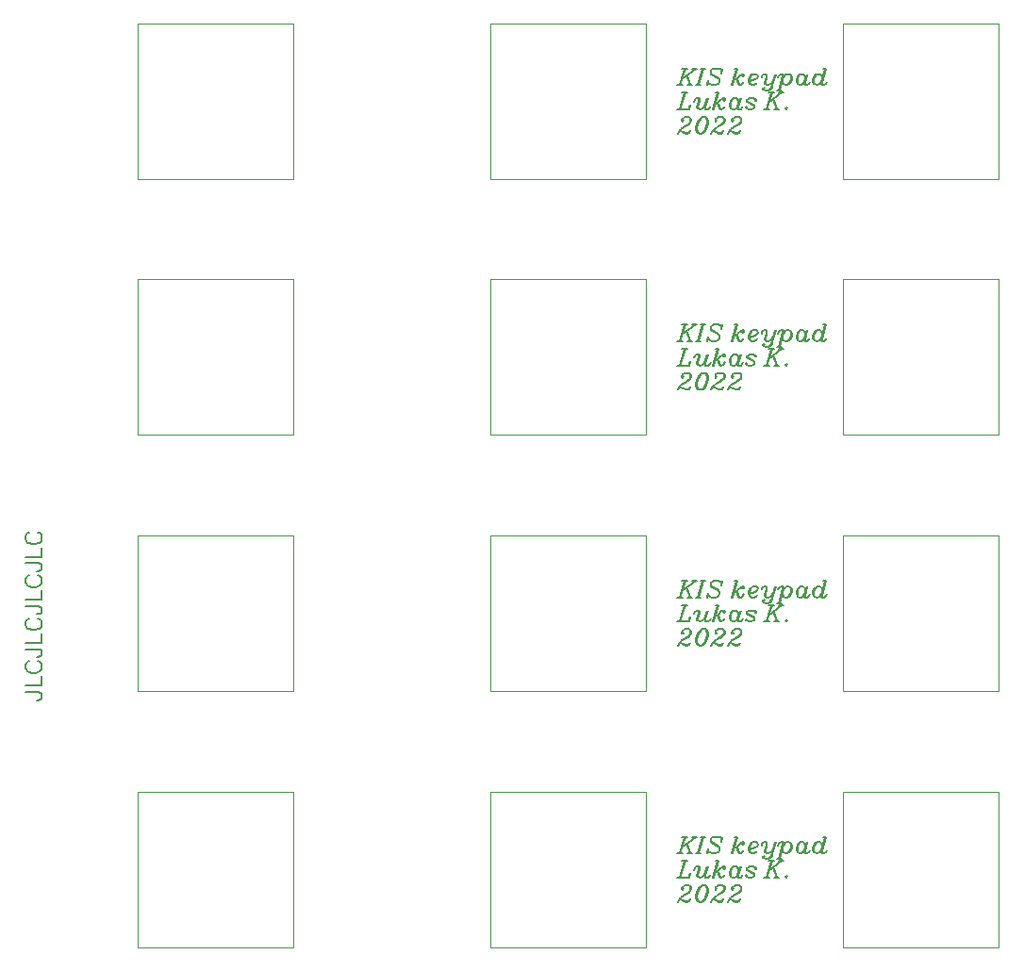
<source format=gto>
%FSLAX46Y46*%
%MOMM*%
%ADD11C,0.120000*%
%ADD10C,0.150000*%
G01*
G01*
%LPD*%
D10*
X2357142Y25928572D02*
X1214285Y25928572D01*
D10*
X2571428Y25857144D02*
X2357142Y25928572D01*
D10*
X2642857Y25785716D02*
X2571428Y25857144D01*
D10*
X2714285Y25642856D02*
X2642857Y25785716D01*
D10*
X2714285Y25500000D02*
X2714285Y25642856D01*
D10*
X2642857Y25357144D02*
X2714285Y25500000D01*
D10*
X2571428Y25285716D02*
X2642857Y25357144D01*
D10*
X2357142Y25214286D02*
X2571428Y25285716D01*
D10*
X2214285Y25214286D02*
X2357142Y25214286D01*
D10*
X2714285Y26500000D02*
X1214285Y26500000D01*
D10*
X2714285Y27357144D02*
X2714285Y26500000D01*
D10*
X1428571Y28642856D02*
X1571428Y28714286D01*
D10*
X1285714Y28500000D02*
X1428571Y28642856D01*
D10*
X1214285Y28357144D02*
X1285714Y28500000D01*
D10*
X1214285Y28071428D02*
X1214285Y28357144D01*
D10*
X1285714Y27928572D02*
X1214285Y28071428D01*
D10*
X1428571Y27785714D02*
X1285714Y27928572D01*
D10*
X1571428Y27714286D02*
X1428571Y27785714D01*
D10*
X1785714Y27642856D02*
X1571428Y27714286D01*
D10*
X2142857Y27642856D02*
X1785714Y27642856D01*
D10*
X2357142Y27714286D02*
X2142857Y27642856D01*
D10*
X2500000Y27785714D02*
X2357142Y27714286D01*
D10*
X2642857Y27928572D02*
X2500000Y27785714D01*
D10*
X2714285Y28071428D02*
X2642857Y27928572D01*
D10*
X2714285Y28357144D02*
X2714285Y28071428D01*
D10*
X2642857Y28500000D02*
X2714285Y28357144D01*
D10*
X2500000Y28642856D02*
X2642857Y28500000D01*
D10*
X2357142Y28714286D02*
X2500000Y28642856D01*
D10*
X2357142Y29785714D02*
X1214285Y29785714D01*
D10*
X2571428Y29714286D02*
X2357142Y29785714D01*
D10*
X2642857Y29642856D02*
X2571428Y29714286D01*
D10*
X2714285Y29500000D02*
X2642857Y29642856D01*
D10*
X2714285Y29357144D02*
X2714285Y29500000D01*
D10*
X2642857Y29214286D02*
X2714285Y29357144D01*
D10*
X2571428Y29142856D02*
X2642857Y29214286D01*
D10*
X2357142Y29071428D02*
X2571428Y29142856D01*
D10*
X2214285Y29071428D02*
X2357142Y29071428D01*
D10*
X2714285Y30357144D02*
X1214285Y30357144D01*
D10*
X2714285Y31214286D02*
X2714285Y30357144D01*
D10*
X1428571Y32500000D02*
X1571428Y32571428D01*
D10*
X1285714Y32357144D02*
X1428571Y32500000D01*
D10*
X1214285Y32214286D02*
X1285714Y32357144D01*
D10*
X1214285Y31928572D02*
X1214285Y32214286D01*
D10*
X1285714Y31785714D02*
X1214285Y31928572D01*
D10*
X1428571Y31642856D02*
X1285714Y31785714D01*
D10*
X1571428Y31571428D02*
X1428571Y31642856D01*
D10*
X1785714Y31500000D02*
X1571428Y31571428D01*
D10*
X2142857Y31500000D02*
X1785714Y31500000D01*
D10*
X2357142Y31571428D02*
X2142857Y31500000D01*
D10*
X2500000Y31642856D02*
X2357142Y31571428D01*
D10*
X2642857Y31785714D02*
X2500000Y31642856D01*
D10*
X2714285Y31928572D02*
X2642857Y31785714D01*
D10*
X2714285Y32214286D02*
X2714285Y31928572D01*
D10*
X2642857Y32357144D02*
X2714285Y32214286D01*
D10*
X2500000Y32500000D02*
X2642857Y32357144D01*
D10*
X2357142Y32571428D02*
X2500000Y32500000D01*
D10*
X2357142Y33642856D02*
X1214285Y33642856D01*
D10*
X2571428Y33571428D02*
X2357142Y33642856D01*
D10*
X2642857Y33500000D02*
X2571428Y33571428D01*
D10*
X2714285Y33357144D02*
X2642857Y33500000D01*
D10*
X2714285Y33214286D02*
X2714285Y33357144D01*
D10*
X2642857Y33071428D02*
X2714285Y33214286D01*
D10*
X2571428Y33000000D02*
X2642857Y33071428D01*
D10*
X2357142Y32928572D02*
X2571428Y33000000D01*
D10*
X2214285Y32928572D02*
X2357142Y32928572D01*
D10*
X2714285Y34214288D02*
X1214285Y34214288D01*
D10*
X2714285Y35071428D02*
X2714285Y34214288D01*
D10*
X1428571Y36357144D02*
X1571428Y36428572D01*
D10*
X1285714Y36214288D02*
X1428571Y36357144D01*
D10*
X1214285Y36071428D02*
X1285714Y36214288D01*
D10*
X1214285Y35785716D02*
X1214285Y36071428D01*
D10*
X1285714Y35642856D02*
X1214285Y35785716D01*
D10*
X1428571Y35500000D02*
X1285714Y35642856D01*
D10*
X1571428Y35428572D02*
X1428571Y35500000D01*
D10*
X1785714Y35357144D02*
X1571428Y35428572D01*
D10*
X2142857Y35357144D02*
X1785714Y35357144D01*
D10*
X2357142Y35428572D02*
X2142857Y35357144D01*
D10*
X2500000Y35500000D02*
X2357142Y35428572D01*
D10*
X2642857Y35642856D02*
X2500000Y35500000D01*
D10*
X2714285Y35785716D02*
X2642857Y35642856D01*
D10*
X2714285Y36071428D02*
X2714285Y35785716D01*
D10*
X2642857Y36214288D02*
X2714285Y36071428D01*
D10*
X2500000Y36357144D02*
X2642857Y36214288D01*
D10*
X2357142Y36428572D02*
X2500000Y36357144D01*
D10*
X2357142Y37500000D02*
X1214285Y37500000D01*
D10*
X2571428Y37428572D02*
X2357142Y37500000D01*
D10*
X2642857Y37357144D02*
X2571428Y37428572D01*
D10*
X2714285Y37214284D02*
X2642857Y37357144D01*
D10*
X2714285Y37071428D02*
X2714285Y37214284D01*
D10*
X2642857Y36928572D02*
X2714285Y37071428D01*
D10*
X2571428Y36857144D02*
X2642857Y36928572D01*
D10*
X2357142Y36785716D02*
X2571428Y36857144D01*
D10*
X2214285Y36785716D02*
X2357142Y36785716D01*
D10*
X2714285Y38071428D02*
X1214285Y38071428D01*
D10*
X2714285Y38928572D02*
X2714285Y38071428D01*
D10*
X1428571Y40214284D02*
X1571428Y40285716D01*
D10*
X1285714Y40071428D02*
X1428571Y40214284D01*
D10*
X1214285Y39928572D02*
X1285714Y40071428D01*
D10*
X1214285Y39642856D02*
X1214285Y39928572D01*
D10*
X1285714Y39500000D02*
X1214285Y39642856D01*
D10*
X1428571Y39357144D02*
X1285714Y39500000D01*
D10*
X1571428Y39285716D02*
X1428571Y39357144D01*
D10*
X1785714Y39214284D02*
X1571428Y39285716D01*
D10*
X2142857Y39214284D02*
X1785714Y39214284D01*
D10*
X2357142Y39285716D02*
X2142857Y39214284D01*
D10*
X2500000Y39357144D02*
X2357142Y39285716D01*
D10*
X2642857Y39500000D02*
X2500000Y39357144D01*
D10*
X2714285Y39642856D02*
X2642857Y39500000D01*
D10*
X2714285Y39928572D02*
X2714285Y39642856D01*
D10*
X2642857Y40071428D02*
X2714285Y39928572D01*
D10*
X2500000Y40214284D02*
X2642857Y40071428D01*
D10*
X2357142Y40285716D02*
X2500000Y40214284D01*
D10*
X59964284Y34435716D02*
X60392856Y35935716D01*
D10*
X60035716Y34435716D02*
X60464284Y35935716D01*
D10*
X60178572Y35007144D02*
X61392856Y35935716D01*
D10*
X60964284Y34435716D02*
X60678572Y35292856D01*
D10*
X60892856Y34435716D02*
X60607144Y35292856D01*
D10*
X60678572Y35935716D02*
X60178572Y35935716D01*
D10*
X61535716Y35935716D02*
X61107144Y35935716D01*
D10*
X60250000Y34435716D02*
X59750000Y34435716D01*
D10*
X61107144Y34435716D02*
X60678572Y34435716D01*
D10*
X61607144Y34435716D02*
X62035716Y35935716D01*
D10*
X61678572Y34435716D02*
X62107144Y35935716D01*
D10*
X62321428Y35935716D02*
X61821428Y35935716D01*
D10*
X61892856Y34435716D02*
X61392856Y34435716D01*
D10*
X63750000Y35792856D02*
X63678572Y35792856D01*
D10*
X63821428Y35935716D02*
X63750000Y35792856D01*
D10*
X63750000Y35507144D02*
X63821428Y35935716D01*
D10*
X63750000Y35650000D02*
X63750000Y35507144D01*
D10*
X63678572Y35792856D02*
X63750000Y35650000D01*
D10*
X63607144Y35864284D02*
X63678572Y35792856D01*
D10*
X63392856Y35935716D02*
X63607144Y35864284D01*
D10*
X63107144Y35935716D02*
X63392856Y35935716D01*
D10*
X62892856Y35864284D02*
X63107144Y35935716D01*
D10*
X62750000Y35721428D02*
X62892856Y35864284D01*
D10*
X62750000Y35578572D02*
X62750000Y35721428D01*
D10*
X62821428Y35435716D02*
X62750000Y35578572D01*
D10*
X62892856Y35364284D02*
X62821428Y35435716D01*
D10*
X63392856Y35078572D02*
X62892856Y35364284D01*
D10*
X63535716Y34935716D02*
X63392856Y35078572D01*
D10*
X62892856Y35435716D02*
X62750000Y35578572D01*
D10*
X63392856Y35150000D02*
X62892856Y35435716D01*
D10*
X63464284Y35078572D02*
X63392856Y35150000D01*
D10*
X63535716Y34935716D02*
X63464284Y35078572D01*
D10*
X63535716Y34721428D02*
X63535716Y34935716D01*
D10*
X63464284Y34578572D02*
X63535716Y34721428D01*
D10*
X63392856Y34507144D02*
X63464284Y34578572D01*
D10*
X63178572Y34435716D02*
X63392856Y34507144D01*
D10*
X62892856Y34435716D02*
X63178572Y34435716D01*
D10*
X62678572Y34507144D02*
X62892856Y34435716D01*
D10*
X62607144Y34578572D02*
X62678572Y34507144D01*
D10*
X62535716Y34721428D02*
X62607144Y34578572D01*
D10*
X62535716Y34864284D02*
X62535716Y34721428D01*
D10*
X62464284Y34435716D02*
X62535716Y34864284D01*
D10*
X62535716Y34578572D02*
X62464284Y34435716D01*
D10*
X62607144Y34578572D02*
X62535716Y34578572D01*
D10*
X64678572Y34435716D02*
X65107144Y35935716D01*
D10*
X64750000Y34435716D02*
X65178572Y35935716D01*
D10*
X65607144Y35292856D02*
X65678572Y35364284D01*
D10*
X65678572Y35221428D02*
X65607144Y35292856D01*
D10*
X65750000Y35292856D02*
X65678572Y35221428D01*
D10*
X65750000Y35364284D02*
X65750000Y35292856D01*
D10*
X65678572Y35435716D02*
X65750000Y35364284D01*
D10*
X65607144Y35435716D02*
X65678572Y35435716D01*
D10*
X65464284Y35364284D02*
X65607144Y35435716D01*
D10*
X65178572Y35078572D02*
X65464284Y35364284D01*
D10*
X65035712Y35007144D02*
X65178572Y35078572D01*
D10*
X64892856Y35007144D02*
X65035712Y35007144D01*
D10*
X65178572Y34935716D02*
X65035712Y35007144D01*
D10*
X65321428Y34507144D02*
X65178572Y34935716D01*
D10*
X65392856Y34435716D02*
X65321428Y34507144D01*
D10*
X65107144Y34935716D02*
X65035712Y35007144D01*
D10*
X65250000Y34507144D02*
X65107144Y34935716D01*
D10*
X65321428Y34435716D02*
X65250000Y34507144D01*
D10*
X65464284Y34435716D02*
X65321428Y34435716D01*
D10*
X65607144Y34507144D02*
X65464284Y34435716D01*
D10*
X65750000Y34721428D02*
X65607144Y34507144D01*
D10*
X65178572Y35935716D02*
X64892856Y35935716D01*
D10*
X66535712Y34864284D02*
X66250000Y34792856D01*
D10*
X66750000Y34935716D02*
X66535712Y34864284D01*
D10*
X66964284Y35078572D02*
X66750000Y34935716D01*
D10*
X67035712Y35221428D02*
X66964284Y35078572D01*
D10*
X66964284Y35364284D02*
X67035712Y35221428D01*
D10*
X66821428Y35435716D02*
X66964284Y35364284D01*
D10*
X66607144Y35435716D02*
X66821428Y35435716D01*
D10*
X66392856Y35364284D02*
X66607144Y35435716D01*
D10*
X66250000Y35150000D02*
X66392856Y35364284D01*
D10*
X66178572Y34935716D02*
X66250000Y35150000D01*
D10*
X66178572Y34721428D02*
X66178572Y34935716D01*
D10*
X66250000Y34578572D02*
X66178572Y34721428D01*
D10*
X66321428Y34507144D02*
X66250000Y34578572D01*
D10*
X66464284Y34435716D02*
X66321428Y34507144D01*
D10*
X66607144Y34435716D02*
X66464284Y34435716D01*
D10*
X66821428Y34507144D02*
X66607144Y34435716D01*
D10*
X66964284Y34650000D02*
X66821428Y34507144D01*
D10*
X66464284Y35364284D02*
X66607144Y35435716D01*
D10*
X66321428Y35150000D02*
X66464284Y35364284D01*
D10*
X66250000Y34935716D02*
X66321428Y35150000D01*
D10*
X66250000Y34650000D02*
X66250000Y34935716D01*
D10*
X66321428Y34507144D02*
X66250000Y34650000D01*
D10*
X67392856Y35292856D02*
X67321432Y35150000D01*
D10*
X67535712Y35435716D02*
X67392856Y35292856D01*
D10*
X67750000Y35435716D02*
X67535712Y35435716D01*
D10*
X67821432Y35364284D02*
X67750000Y35435716D01*
D10*
X67821432Y35150000D02*
X67821432Y35364284D01*
D10*
X67678568Y34721428D02*
X67821432Y35150000D01*
D10*
X67678568Y34578572D02*
X67678568Y34721428D01*
D10*
X67821432Y34435716D02*
X67678568Y34578572D01*
D10*
X67750000Y35364284D02*
X67678568Y35435716D01*
D10*
X67750000Y35150000D02*
X67750000Y35364284D01*
D10*
X67607144Y34721428D02*
X67750000Y35150000D01*
D10*
X67607144Y34578572D02*
X67607144Y34721428D01*
D10*
X67678568Y34507144D02*
X67607144Y34578572D01*
D10*
X67821432Y34435716D02*
X67678568Y34507144D01*
D10*
X67964288Y34435716D02*
X67821432Y34435716D01*
D10*
X68107144Y34507144D02*
X67964288Y34435716D01*
D10*
X68250000Y34650000D02*
X68107144Y34507144D01*
D10*
X68392856Y34935716D02*
X68250000Y34650000D01*
D10*
X68321424Y34435716D02*
X68607144Y35435716D01*
D10*
X68250000Y34221428D02*
X68321424Y34435716D01*
D10*
X68107144Y34007144D02*
X68250000Y34221428D01*
D10*
X67892856Y33935716D02*
X68107144Y34007144D01*
D10*
X67678568Y33935716D02*
X67892856Y33935716D01*
D10*
X67535712Y34007144D02*
X67678568Y33935716D01*
D10*
X67464288Y34078572D02*
X67535712Y34007144D01*
D10*
X67464288Y34150000D02*
X67464288Y34078572D01*
D10*
X67535712Y34221428D02*
X67464288Y34150000D01*
D10*
X67607144Y34150000D02*
X67535712Y34221428D01*
D10*
X67535712Y34078572D02*
X67607144Y34150000D01*
D10*
X68250000Y34435716D02*
X68535712Y35435716D01*
D10*
X68178568Y34221428D02*
X68250000Y34435716D01*
D10*
X68035712Y34007144D02*
X68178568Y34221428D01*
D10*
X67892856Y33935716D02*
X68035712Y34007144D01*
D10*
X68892856Y35292856D02*
X68821424Y35150000D01*
D10*
X69035712Y35435716D02*
X68892856Y35292856D01*
D10*
X69250000Y35435716D02*
X69035712Y35435716D01*
D10*
X69321424Y35364284D02*
X69250000Y35435716D01*
D10*
X69321424Y35221428D02*
X69321424Y35364284D01*
D10*
X69250000Y34935716D02*
X69321424Y35221428D01*
D10*
X68964288Y33935716D02*
X69250000Y34935716D01*
D10*
X69250000Y35364284D02*
X69178568Y35435716D01*
D10*
X69250000Y35221428D02*
X69250000Y35364284D01*
D10*
X69178568Y34935716D02*
X69250000Y35221428D01*
D10*
X68892856Y33935716D02*
X69178568Y34935716D01*
D10*
X69321424Y35150000D02*
X69250000Y34935716D01*
D10*
X69464288Y35364284D02*
X69321424Y35150000D01*
D10*
X69607144Y35435716D02*
X69464288Y35364284D01*
D10*
X69750000Y35435716D02*
X69607144Y35435716D01*
D10*
X69892856Y35364284D02*
X69750000Y35435716D01*
D10*
X69964288Y35292856D02*
X69892856Y35364284D01*
D10*
X70035712Y35150000D02*
X69964288Y35292856D01*
D10*
X70035712Y34935716D02*
X70035712Y35150000D01*
D10*
X69964288Y34721428D02*
X70035712Y34935716D01*
D10*
X69821424Y34507144D02*
X69964288Y34721428D01*
D10*
X69607144Y34435716D02*
X69821424Y34507144D01*
D10*
X69464288Y34435716D02*
X69607144Y34435716D01*
D10*
X69321424Y34507144D02*
X69464288Y34435716D01*
D10*
X69250000Y34721428D02*
X69321424Y34507144D01*
D10*
X69250000Y34935716D02*
X69250000Y34721428D01*
D10*
X69964288Y35221428D02*
X69892856Y35364284D01*
D10*
X69964288Y34935716D02*
X69964288Y35221428D01*
D10*
X69892856Y34721428D02*
X69964288Y34935716D01*
D10*
X69750000Y34507144D02*
X69892856Y34721428D01*
D10*
X69607144Y34435716D02*
X69750000Y34507144D01*
D10*
X69178568Y33935716D02*
X68678568Y33935716D01*
D10*
X71250000Y34935716D02*
X71392856Y35435716D01*
D10*
X71178568Y34650000D02*
X71250000Y34935716D01*
D10*
X71178568Y34507144D02*
X71178568Y34650000D01*
D10*
X71250000Y34435716D02*
X71178568Y34507144D01*
D10*
X71464288Y34435716D02*
X71250000Y34435716D01*
D10*
X71607144Y34578572D02*
X71464288Y34435716D01*
D10*
X71678568Y34721428D02*
X71607144Y34578572D01*
D10*
X71321424Y34935716D02*
X71464288Y35435716D01*
D10*
X71250000Y34650000D02*
X71321424Y34935716D01*
D10*
X71250000Y34507144D02*
X71250000Y34650000D01*
D10*
X71321424Y34435716D02*
X71250000Y34507144D01*
D10*
X71250000Y35150000D02*
X71250000Y34935716D01*
D10*
X71178568Y35364284D02*
X71250000Y35150000D01*
D10*
X71035712Y35435716D02*
X71178568Y35364284D01*
D10*
X70892856Y35435716D02*
X71035712Y35435716D01*
D10*
X70678568Y35364284D02*
X70892856Y35435716D01*
D10*
X70535712Y35150000D02*
X70678568Y35364284D01*
D10*
X70464288Y34935716D02*
X70535712Y35150000D01*
D10*
X70464288Y34721428D02*
X70464288Y34935716D01*
D10*
X70535712Y34578572D02*
X70464288Y34721428D01*
D10*
X70607144Y34507144D02*
X70535712Y34578572D01*
D10*
X70750000Y34435716D02*
X70607144Y34507144D01*
D10*
X70892856Y34435716D02*
X70750000Y34435716D01*
D10*
X71035712Y34507144D02*
X70892856Y34435716D01*
D10*
X71178568Y34721428D02*
X71035712Y34507144D01*
D10*
X71250000Y34935716D02*
X71178568Y34721428D01*
D10*
X70750000Y35364284D02*
X70892856Y35435716D01*
D10*
X70607144Y35150000D02*
X70750000Y35364284D01*
D10*
X70535712Y34935716D02*
X70607144Y35150000D01*
D10*
X70535712Y34650000D02*
X70535712Y34935716D01*
D10*
X70607144Y34507144D02*
X70535712Y34650000D01*
D10*
X72750000Y34935716D02*
X73035712Y35935716D01*
D10*
X72678568Y34650000D02*
X72750000Y34935716D01*
D10*
X72678568Y34507144D02*
X72678568Y34650000D01*
D10*
X72750000Y34435716D02*
X72678568Y34507144D01*
D10*
X72964288Y34435716D02*
X72750000Y34435716D01*
D10*
X73107144Y34578572D02*
X72964288Y34435716D01*
D10*
X73178568Y34721428D02*
X73107144Y34578572D01*
D10*
X72821424Y34935716D02*
X73107144Y35935716D01*
D10*
X72750000Y34650000D02*
X72821424Y34935716D01*
D10*
X72750000Y34507144D02*
X72750000Y34650000D01*
D10*
X72821424Y34435716D02*
X72750000Y34507144D01*
D10*
X72750000Y35150000D02*
X72750000Y34935716D01*
D10*
X72678568Y35364284D02*
X72750000Y35150000D01*
D10*
X72535712Y35435716D02*
X72678568Y35364284D01*
D10*
X72392856Y35435716D02*
X72535712Y35435716D01*
D10*
X72178568Y35364284D02*
X72392856Y35435716D01*
D10*
X72035712Y35150000D02*
X72178568Y35364284D01*
D10*
X71964288Y34935716D02*
X72035712Y35150000D01*
D10*
X71964288Y34721428D02*
X71964288Y34935716D01*
D10*
X72035712Y34578572D02*
X71964288Y34721428D01*
D10*
X72107144Y34507144D02*
X72035712Y34578572D01*
D10*
X72250000Y34435716D02*
X72107144Y34507144D01*
D10*
X72392856Y34435716D02*
X72250000Y34435716D01*
D10*
X72535712Y34507144D02*
X72392856Y34435716D01*
D10*
X72678568Y34721428D02*
X72535712Y34507144D01*
D10*
X72750000Y34935716D02*
X72678568Y34721428D01*
D10*
X72250000Y35364284D02*
X72392856Y35435716D01*
D10*
X72107144Y35150000D02*
X72250000Y35364284D01*
D10*
X72035712Y34935716D02*
X72107144Y35150000D01*
D10*
X72035712Y34650000D02*
X72035712Y34935716D01*
D10*
X72107144Y34507144D02*
X72035712Y34650000D01*
D10*
X73107144Y35935716D02*
X72821424Y35935716D01*
D10*
X59964284Y32260714D02*
X60392856Y33760716D01*
D10*
X60035716Y32260714D02*
X60464284Y33760716D01*
D10*
X60678572Y33760716D02*
X60178572Y33760716D01*
D10*
X60821428Y32260714D02*
X59750000Y32260714D01*
D10*
X60964284Y32689286D02*
X60821428Y32260714D01*
D10*
X60750000Y32260714D02*
X60964284Y32689286D01*
D10*
X61321428Y33117858D02*
X61250000Y32975000D01*
D10*
X61464284Y33260714D02*
X61321428Y33117858D01*
D10*
X61678572Y33260714D02*
X61464284Y33260714D01*
D10*
X61750000Y33189286D02*
X61678572Y33260714D01*
D10*
X61750000Y32975000D02*
X61750000Y33189286D01*
D10*
X61607144Y32546428D02*
X61750000Y32975000D01*
D10*
X61607144Y32403572D02*
X61607144Y32546428D01*
D10*
X61750000Y32260714D02*
X61607144Y32403572D01*
D10*
X61678572Y33189286D02*
X61607144Y33260714D01*
D10*
X61678572Y32975000D02*
X61678572Y33189286D01*
D10*
X61535716Y32546428D02*
X61678572Y32975000D01*
D10*
X61535716Y32403572D02*
X61535716Y32546428D01*
D10*
X61607144Y32332142D02*
X61535716Y32403572D01*
D10*
X61750000Y32260714D02*
X61607144Y32332142D01*
D10*
X61892856Y32260714D02*
X61750000Y32260714D01*
D10*
X62035716Y32332142D02*
X61892856Y32260714D01*
D10*
X62178572Y32475000D02*
X62035716Y32332142D01*
D10*
X62321428Y32760714D02*
X62178572Y32475000D01*
D10*
X62321428Y32760714D02*
X62464284Y33260714D01*
D10*
X62250000Y32475000D02*
X62321428Y32760714D01*
D10*
X62250000Y32332142D02*
X62250000Y32475000D01*
D10*
X62321428Y32260714D02*
X62250000Y32332142D01*
D10*
X62535716Y32260714D02*
X62321428Y32260714D01*
D10*
X62678572Y32403572D02*
X62535716Y32260714D01*
D10*
X62750000Y32546428D02*
X62678572Y32403572D01*
D10*
X62392856Y32760714D02*
X62535716Y33260714D01*
D10*
X62321428Y32475000D02*
X62392856Y32760714D01*
D10*
X62321428Y32332142D02*
X62321428Y32475000D01*
D10*
X62392856Y32260714D02*
X62321428Y32332142D01*
D10*
X62964284Y32260714D02*
X63392856Y33760716D01*
D10*
X63035716Y32260714D02*
X63464284Y33760716D01*
D10*
X63892856Y33117858D02*
X63964284Y33189286D01*
D10*
X63964284Y33046428D02*
X63892856Y33117858D01*
D10*
X64035712Y33117858D02*
X63964284Y33046428D01*
D10*
X64035712Y33189286D02*
X64035712Y33117858D01*
D10*
X63964284Y33260714D02*
X64035712Y33189286D01*
D10*
X63892856Y33260714D02*
X63964284Y33260714D01*
D10*
X63750000Y33189286D02*
X63892856Y33260714D01*
D10*
X63464284Y32903572D02*
X63750000Y33189286D01*
D10*
X63321428Y32832142D02*
X63464284Y32903572D01*
D10*
X63178572Y32832142D02*
X63321428Y32832142D01*
D10*
X63464284Y32760714D02*
X63321428Y32832142D01*
D10*
X63607144Y32332142D02*
X63464284Y32760714D01*
D10*
X63678572Y32260714D02*
X63607144Y32332142D01*
D10*
X63392856Y32760714D02*
X63321428Y32832142D01*
D10*
X63535716Y32332142D02*
X63392856Y32760714D01*
D10*
X63607144Y32260714D02*
X63535716Y32332142D01*
D10*
X63750000Y32260714D02*
X63607144Y32260714D01*
D10*
X63892856Y32332142D02*
X63750000Y32260714D01*
D10*
X64035712Y32546428D02*
X63892856Y32332142D01*
D10*
X63464284Y33760716D02*
X63178572Y33760716D01*
D10*
X65250000Y32760714D02*
X65392856Y33260714D01*
D10*
X65178572Y32475000D02*
X65250000Y32760714D01*
D10*
X65178572Y32332142D02*
X65178572Y32475000D01*
D10*
X65250000Y32260714D02*
X65178572Y32332142D01*
D10*
X65464284Y32260714D02*
X65250000Y32260714D01*
D10*
X65607144Y32403572D02*
X65464284Y32260714D01*
D10*
X65678572Y32546428D02*
X65607144Y32403572D01*
D10*
X65321428Y32760714D02*
X65464284Y33260714D01*
D10*
X65250000Y32475000D02*
X65321428Y32760714D01*
D10*
X65250000Y32332142D02*
X65250000Y32475000D01*
D10*
X65321428Y32260714D02*
X65250000Y32332142D01*
D10*
X65250000Y32975000D02*
X65250000Y32760714D01*
D10*
X65178572Y33189286D02*
X65250000Y32975000D01*
D10*
X65035712Y33260714D02*
X65178572Y33189286D01*
D10*
X64892856Y33260714D02*
X65035712Y33260714D01*
D10*
X64678572Y33189286D02*
X64892856Y33260714D01*
D10*
X64535712Y32975000D02*
X64678572Y33189286D01*
D10*
X64464284Y32760714D02*
X64535712Y32975000D01*
D10*
X64464284Y32546428D02*
X64464284Y32760714D01*
D10*
X64535712Y32403572D02*
X64464284Y32546428D01*
D10*
X64607144Y32332142D02*
X64535712Y32403572D01*
D10*
X64750000Y32260714D02*
X64607144Y32332142D01*
D10*
X64892856Y32260714D02*
X64750000Y32260714D01*
D10*
X65035712Y32332142D02*
X64892856Y32260714D01*
D10*
X65178572Y32546428D02*
X65035712Y32332142D01*
D10*
X65250000Y32760714D02*
X65178572Y32546428D01*
D10*
X64750000Y33189286D02*
X64892856Y33260714D01*
D10*
X64607144Y32975000D02*
X64750000Y33189286D01*
D10*
X64535712Y32760714D02*
X64607144Y32975000D01*
D10*
X64535712Y32475000D02*
X64535712Y32760714D01*
D10*
X64607144Y32332142D02*
X64535712Y32475000D01*
D10*
X66750000Y33046428D02*
X66750000Y33117858D01*
D10*
X66821428Y33046428D02*
X66750000Y33046428D01*
D10*
X66821428Y33117858D02*
X66821428Y33046428D01*
D10*
X66750000Y33189286D02*
X66821428Y33117858D01*
D10*
X66535712Y33260714D02*
X66750000Y33189286D01*
D10*
X66321428Y33260714D02*
X66535712Y33260714D01*
D10*
X66107144Y33189286D02*
X66321428Y33260714D01*
D10*
X66035712Y33117858D02*
X66107144Y33189286D01*
D10*
X66035712Y32975000D02*
X66035712Y33117858D01*
D10*
X66107144Y32903572D02*
X66035712Y32975000D01*
D10*
X66607144Y32617858D02*
X66107144Y32903572D01*
D10*
X66678572Y32546428D02*
X66607144Y32617858D01*
D10*
X66107144Y32975000D02*
X66035712Y33046428D01*
D10*
X66607144Y32689286D02*
X66107144Y32975000D01*
D10*
X66678572Y32617858D02*
X66607144Y32689286D01*
D10*
X66678572Y32403572D02*
X66678572Y32617858D01*
D10*
X66607144Y32332142D02*
X66678572Y32403572D01*
D10*
X66392856Y32260714D02*
X66607144Y32332142D01*
D10*
X66178572Y32260714D02*
X66392856Y32260714D01*
D10*
X65964284Y32332142D02*
X66178572Y32260714D01*
D10*
X65892856Y32403572D02*
X65964284Y32332142D01*
D10*
X65892856Y32475000D02*
X65892856Y32403572D01*
D10*
X65964284Y32475000D02*
X65892856Y32475000D01*
D10*
X65964284Y32403572D02*
X65964284Y32475000D01*
D10*
X67750000Y32260714D02*
X68178568Y33760716D01*
D10*
X67821432Y32260714D02*
X68250000Y33760716D01*
D10*
X67964288Y32832142D02*
X69178568Y33760716D01*
D10*
X68750000Y32260714D02*
X68464288Y33117858D01*
D10*
X68678568Y32260714D02*
X68392856Y33117858D01*
D10*
X68464288Y33760716D02*
X67964288Y33760716D01*
D10*
X69321424Y33760716D02*
X68892856Y33760716D01*
D10*
X68035712Y32260714D02*
X67535712Y32260714D01*
D10*
X68892856Y32260714D02*
X68464288Y32260714D01*
D10*
X69464288Y32332142D02*
X69535712Y32403572D01*
D10*
X69535712Y32260714D02*
X69464288Y32332142D01*
D10*
X69607144Y32332142D02*
X69535712Y32260714D01*
D10*
X69535712Y32403572D02*
X69607144Y32332142D01*
D10*
X60321428Y31228572D02*
X60250000Y31300000D01*
D10*
X60250000Y31157142D02*
X60321428Y31228572D01*
D10*
X60178572Y31228572D02*
X60250000Y31157142D01*
D10*
X60178572Y31300000D02*
X60178572Y31228572D01*
D10*
X60250000Y31442858D02*
X60178572Y31300000D01*
D10*
X60321428Y31514286D02*
X60250000Y31442858D01*
D10*
X60535716Y31585714D02*
X60321428Y31514286D01*
D10*
X60750000Y31585714D02*
X60535716Y31585714D01*
D10*
X60964284Y31514286D02*
X60750000Y31585714D01*
D10*
X61035716Y31371428D02*
X60964284Y31514286D01*
D10*
X61035716Y31228572D02*
X61035716Y31371428D01*
D10*
X60964284Y31085714D02*
X61035716Y31228572D01*
D10*
X60821428Y30942858D02*
X60964284Y31085714D01*
D10*
X60607144Y30800000D02*
X60821428Y30942858D01*
D10*
X60321428Y30657142D02*
X60607144Y30800000D01*
D10*
X60107144Y30514286D02*
X60321428Y30657142D01*
D10*
X59964284Y30371428D02*
X60107144Y30514286D01*
D10*
X59821428Y30085714D02*
X59964284Y30371428D01*
D10*
X60892856Y31514286D02*
X60750000Y31585714D01*
D10*
X60964284Y31371428D02*
X60892856Y31514286D01*
D10*
X60964284Y31228572D02*
X60964284Y31371428D01*
D10*
X60892856Y31085714D02*
X60964284Y31228572D01*
D10*
X60750000Y30942858D02*
X60892856Y31085714D01*
D10*
X60321428Y30657142D02*
X60750000Y30942858D01*
D10*
X59964284Y30300000D02*
X59892856Y30228572D01*
D10*
X60107144Y30300000D02*
X59964284Y30300000D01*
D10*
X60464284Y30157142D02*
X60107144Y30300000D01*
D10*
X60678572Y30157142D02*
X60464284Y30157142D01*
D10*
X60821428Y30228572D02*
X60678572Y30157142D01*
D10*
X60892856Y30371428D02*
X60821428Y30228572D01*
D10*
X60464284Y30085714D02*
X60107144Y30300000D01*
D10*
X60678572Y30085714D02*
X60464284Y30085714D01*
D10*
X60821428Y30157142D02*
X60678572Y30085714D01*
D10*
X60892856Y30371428D02*
X60821428Y30157142D01*
D10*
X61892856Y31514286D02*
X62107144Y31585714D01*
D10*
X61750000Y31371428D02*
X61892856Y31514286D01*
D10*
X61607144Y31157142D02*
X61750000Y31371428D01*
D10*
X61535716Y30942858D02*
X61607144Y31157142D01*
D10*
X61464284Y30657142D02*
X61535716Y30942858D01*
D10*
X61464284Y30442858D02*
X61464284Y30657142D01*
D10*
X61535716Y30228572D02*
X61464284Y30442858D01*
D10*
X61607144Y30157142D02*
X61535716Y30228572D01*
D10*
X61750000Y30085714D02*
X61607144Y30157142D01*
D10*
X61892856Y30085714D02*
X61750000Y30085714D01*
D10*
X62107144Y30157142D02*
X61892856Y30085714D01*
D10*
X62250000Y30300000D02*
X62107144Y30157142D01*
D10*
X62392856Y30514286D02*
X62250000Y30300000D01*
D10*
X62464284Y30728572D02*
X62392856Y30514286D01*
D10*
X62535716Y31014286D02*
X62464284Y30728572D01*
D10*
X62535716Y31228572D02*
X62535716Y31014286D01*
D10*
X62464284Y31442858D02*
X62535716Y31228572D01*
D10*
X62392856Y31514286D02*
X62464284Y31442858D01*
D10*
X62250000Y31585714D02*
X62392856Y31514286D01*
D10*
X62107144Y31585714D02*
X62250000Y31585714D01*
D10*
X61964284Y31514286D02*
X62107144Y31585714D01*
D10*
X61821428Y31371428D02*
X61964284Y31514286D01*
D10*
X61678572Y31157142D02*
X61821428Y31371428D01*
D10*
X61607144Y30942858D02*
X61678572Y31157142D01*
D10*
X61535716Y30657142D02*
X61607144Y30942858D01*
D10*
X61535716Y30442858D02*
X61535716Y30657142D01*
D10*
X61607144Y30228572D02*
X61535716Y30442858D01*
D10*
X61750000Y30085714D02*
X61607144Y30228572D01*
D10*
X62035716Y30157142D02*
X61892856Y30085714D01*
D10*
X62178572Y30300000D02*
X62035716Y30157142D01*
D10*
X62321428Y30514286D02*
X62178572Y30300000D01*
D10*
X62392856Y30728572D02*
X62321428Y30514286D01*
D10*
X62464284Y31014286D02*
X62392856Y30728572D01*
D10*
X62464284Y31228572D02*
X62464284Y31014286D01*
D10*
X62392856Y31442858D02*
X62464284Y31228572D01*
D10*
X62250000Y31585714D02*
X62392856Y31442858D01*
D10*
X63321428Y31228572D02*
X63250000Y31300000D01*
D10*
X63250000Y31157142D02*
X63321428Y31228572D01*
D10*
X63178572Y31228572D02*
X63250000Y31157142D01*
D10*
X63178572Y31300000D02*
X63178572Y31228572D01*
D10*
X63250000Y31442858D02*
X63178572Y31300000D01*
D10*
X63321428Y31514286D02*
X63250000Y31442858D01*
D10*
X63535716Y31585714D02*
X63321428Y31514286D01*
D10*
X63750000Y31585714D02*
X63535716Y31585714D01*
D10*
X63964284Y31514286D02*
X63750000Y31585714D01*
D10*
X64035712Y31371428D02*
X63964284Y31514286D01*
D10*
X64035712Y31228572D02*
X64035712Y31371428D01*
D10*
X63964284Y31085714D02*
X64035712Y31228572D01*
D10*
X63821428Y30942858D02*
X63964284Y31085714D01*
D10*
X63607144Y30800000D02*
X63821428Y30942858D01*
D10*
X63321428Y30657142D02*
X63607144Y30800000D01*
D10*
X63107144Y30514286D02*
X63321428Y30657142D01*
D10*
X62964284Y30371428D02*
X63107144Y30514286D01*
D10*
X62821428Y30085714D02*
X62964284Y30371428D01*
D10*
X63892856Y31514286D02*
X63750000Y31585714D01*
D10*
X63964284Y31371428D02*
X63892856Y31514286D01*
D10*
X63964284Y31228572D02*
X63964284Y31371428D01*
D10*
X63892856Y31085714D02*
X63964284Y31228572D01*
D10*
X63750000Y30942858D02*
X63892856Y31085714D01*
D10*
X63321428Y30657142D02*
X63750000Y30942858D01*
D10*
X62964284Y30300000D02*
X62892856Y30228572D01*
D10*
X63107144Y30300000D02*
X62964284Y30300000D01*
D10*
X63464284Y30157142D02*
X63107144Y30300000D01*
D10*
X63678572Y30157142D02*
X63464284Y30157142D01*
D10*
X63821428Y30228572D02*
X63678572Y30157142D01*
D10*
X63892856Y30371428D02*
X63821428Y30228572D01*
D10*
X63464284Y30085714D02*
X63107144Y30300000D01*
D10*
X63678572Y30085714D02*
X63464284Y30085714D01*
D10*
X63821428Y30157142D02*
X63678572Y30085714D01*
D10*
X63892856Y30371428D02*
X63821428Y30157142D01*
D10*
X64821428Y31228572D02*
X64750000Y31300000D01*
D10*
X64750000Y31157142D02*
X64821428Y31228572D01*
D10*
X64678572Y31228572D02*
X64750000Y31157142D01*
D10*
X64678572Y31300000D02*
X64678572Y31228572D01*
D10*
X64750000Y31442858D02*
X64678572Y31300000D01*
D10*
X64821428Y31514286D02*
X64750000Y31442858D01*
D10*
X65035712Y31585714D02*
X64821428Y31514286D01*
D10*
X65250000Y31585714D02*
X65035712Y31585714D01*
D10*
X65464284Y31514286D02*
X65250000Y31585714D01*
D10*
X65535712Y31371428D02*
X65464284Y31514286D01*
D10*
X65535712Y31228572D02*
X65535712Y31371428D01*
D10*
X65464284Y31085714D02*
X65535712Y31228572D01*
D10*
X65321428Y30942858D02*
X65464284Y31085714D01*
D10*
X65107144Y30800000D02*
X65321428Y30942858D01*
D10*
X64821428Y30657142D02*
X65107144Y30800000D01*
D10*
X64607144Y30514286D02*
X64821428Y30657142D01*
D10*
X64464284Y30371428D02*
X64607144Y30514286D01*
D10*
X64321428Y30085714D02*
X64464284Y30371428D01*
D10*
X65392856Y31514286D02*
X65250000Y31585714D01*
D10*
X65464284Y31371428D02*
X65392856Y31514286D01*
D10*
X65464284Y31228572D02*
X65464284Y31371428D01*
D10*
X65392856Y31085714D02*
X65464284Y31228572D01*
D10*
X65250000Y30942858D02*
X65392856Y31085714D01*
D10*
X64821428Y30657142D02*
X65250000Y30942858D01*
D10*
X64464284Y30300000D02*
X64392856Y30228572D01*
D10*
X64607144Y30300000D02*
X64464284Y30300000D01*
D10*
X64964284Y30157142D02*
X64607144Y30300000D01*
D10*
X65178572Y30157142D02*
X64964284Y30157142D01*
D10*
X65321428Y30228572D02*
X65178572Y30157142D01*
D10*
X65392856Y30371428D02*
X65321428Y30228572D01*
D10*
X64964284Y30085714D02*
X64607144Y30300000D01*
D10*
X65178572Y30085714D02*
X64964284Y30085714D01*
D10*
X65321428Y30157142D02*
X65178572Y30085714D01*
D10*
X65392856Y30371428D02*
X65321428Y30157142D01*
D11*
X11348334Y39985000D02*
X25318334Y39985000D01*
D11*
X11348334Y26015000D02*
X11348334Y39985000D01*
D11*
X25318334Y26015000D02*
X11348334Y26015000D01*
D11*
X25318334Y39985000D02*
X25318334Y26015000D01*
D11*
X43015000Y39985000D02*
X56985000Y39985000D01*
D11*
X43015000Y26015000D02*
X43015000Y39985000D01*
D11*
X56985000Y26015000D02*
X43015000Y26015000D01*
D11*
X56985000Y39985000D02*
X56985000Y26015000D01*
D11*
X74681666Y39985000D02*
X88651666Y39985000D01*
D11*
X74681666Y26015000D02*
X74681666Y39985000D01*
D11*
X88651666Y26015000D02*
X74681666Y26015000D01*
D11*
X88651666Y39985000D02*
X88651666Y26015000D01*
D10*
X59964284Y80435712D02*
X60392856Y81935712D01*
D10*
X60035716Y80435712D02*
X60464284Y81935712D01*
D10*
X60178572Y81007144D02*
X61392856Y81935712D01*
D10*
X60964284Y80435712D02*
X60678572Y81292856D01*
D10*
X60892856Y80435712D02*
X60607144Y81292856D01*
D10*
X60678572Y81935712D02*
X60178572Y81935712D01*
D10*
X61535716Y81935712D02*
X61107144Y81935712D01*
D10*
X60250000Y80435712D02*
X59750000Y80435712D01*
D10*
X61107144Y80435712D02*
X60678572Y80435712D01*
D10*
X61607144Y80435712D02*
X62035716Y81935712D01*
D10*
X61678572Y80435712D02*
X62107144Y81935712D01*
D10*
X62321428Y81935712D02*
X61821428Y81935712D01*
D10*
X61892856Y80435712D02*
X61392856Y80435712D01*
D10*
X63750000Y81792856D02*
X63678572Y81792856D01*
D10*
X63821428Y81935712D02*
X63750000Y81792856D01*
D10*
X63750000Y81507144D02*
X63821428Y81935712D01*
D10*
X63750000Y81650000D02*
X63750000Y81507144D01*
D10*
X63678572Y81792856D02*
X63750000Y81650000D01*
D10*
X63607144Y81864288D02*
X63678572Y81792856D01*
D10*
X63392856Y81935712D02*
X63607144Y81864288D01*
D10*
X63107144Y81935712D02*
X63392856Y81935712D01*
D10*
X62892856Y81864288D02*
X63107144Y81935712D01*
D10*
X62750000Y81721432D02*
X62892856Y81864288D01*
D10*
X62750000Y81578568D02*
X62750000Y81721432D01*
D10*
X62821428Y81435712D02*
X62750000Y81578568D01*
D10*
X62892856Y81364288D02*
X62821428Y81435712D01*
D10*
X63392856Y81078568D02*
X62892856Y81364288D01*
D10*
X63535716Y80935712D02*
X63392856Y81078568D01*
D10*
X62892856Y81435712D02*
X62750000Y81578568D01*
D10*
X63392856Y81150000D02*
X62892856Y81435712D01*
D10*
X63464284Y81078568D02*
X63392856Y81150000D01*
D10*
X63535716Y80935712D02*
X63464284Y81078568D01*
D10*
X63535716Y80721432D02*
X63535716Y80935712D01*
D10*
X63464284Y80578568D02*
X63535716Y80721432D01*
D10*
X63392856Y80507144D02*
X63464284Y80578568D01*
D10*
X63178572Y80435712D02*
X63392856Y80507144D01*
D10*
X62892856Y80435712D02*
X63178572Y80435712D01*
D10*
X62678572Y80507144D02*
X62892856Y80435712D01*
D10*
X62607144Y80578568D02*
X62678572Y80507144D01*
D10*
X62535716Y80721432D02*
X62607144Y80578568D01*
D10*
X62535716Y80864288D02*
X62535716Y80721432D01*
D10*
X62464284Y80435712D02*
X62535716Y80864288D01*
D10*
X62535716Y80578568D02*
X62464284Y80435712D01*
D10*
X62607144Y80578568D02*
X62535716Y80578568D01*
D10*
X64678572Y80435712D02*
X65107144Y81935712D01*
D10*
X64750000Y80435712D02*
X65178572Y81935712D01*
D10*
X65607144Y81292856D02*
X65678572Y81364288D01*
D10*
X65678572Y81221432D02*
X65607144Y81292856D01*
D10*
X65750000Y81292856D02*
X65678572Y81221432D01*
D10*
X65750000Y81364288D02*
X65750000Y81292856D01*
D10*
X65678572Y81435712D02*
X65750000Y81364288D01*
D10*
X65607144Y81435712D02*
X65678572Y81435712D01*
D10*
X65464284Y81364288D02*
X65607144Y81435712D01*
D10*
X65178572Y81078568D02*
X65464284Y81364288D01*
D10*
X65035712Y81007144D02*
X65178572Y81078568D01*
D10*
X64892856Y81007144D02*
X65035712Y81007144D01*
D10*
X65178572Y80935712D02*
X65035712Y81007144D01*
D10*
X65321428Y80507144D02*
X65178572Y80935712D01*
D10*
X65392856Y80435712D02*
X65321428Y80507144D01*
D10*
X65107144Y80935712D02*
X65035712Y81007144D01*
D10*
X65250000Y80507144D02*
X65107144Y80935712D01*
D10*
X65321428Y80435712D02*
X65250000Y80507144D01*
D10*
X65464284Y80435712D02*
X65321428Y80435712D01*
D10*
X65607144Y80507144D02*
X65464284Y80435712D01*
D10*
X65750000Y80721432D02*
X65607144Y80507144D01*
D10*
X65178572Y81935712D02*
X64892856Y81935712D01*
D10*
X66535712Y80864288D02*
X66250000Y80792856D01*
D10*
X66750000Y80935712D02*
X66535712Y80864288D01*
D10*
X66964284Y81078568D02*
X66750000Y80935712D01*
D10*
X67035712Y81221432D02*
X66964284Y81078568D01*
D10*
X66964284Y81364288D02*
X67035712Y81221432D01*
D10*
X66821428Y81435712D02*
X66964284Y81364288D01*
D10*
X66607144Y81435712D02*
X66821428Y81435712D01*
D10*
X66392856Y81364288D02*
X66607144Y81435712D01*
D10*
X66250000Y81150000D02*
X66392856Y81364288D01*
D10*
X66178572Y80935712D02*
X66250000Y81150000D01*
D10*
X66178572Y80721432D02*
X66178572Y80935712D01*
D10*
X66250000Y80578568D02*
X66178572Y80721432D01*
D10*
X66321428Y80507144D02*
X66250000Y80578568D01*
D10*
X66464284Y80435712D02*
X66321428Y80507144D01*
D10*
X66607144Y80435712D02*
X66464284Y80435712D01*
D10*
X66821428Y80507144D02*
X66607144Y80435712D01*
D10*
X66964284Y80650000D02*
X66821428Y80507144D01*
D10*
X66464284Y81364288D02*
X66607144Y81435712D01*
D10*
X66321428Y81150000D02*
X66464284Y81364288D01*
D10*
X66250000Y80935712D02*
X66321428Y81150000D01*
D10*
X66250000Y80650000D02*
X66250000Y80935712D01*
D10*
X66321428Y80507144D02*
X66250000Y80650000D01*
D10*
X67392856Y81292856D02*
X67321432Y81150000D01*
D10*
X67535712Y81435712D02*
X67392856Y81292856D01*
D10*
X67750000Y81435712D02*
X67535712Y81435712D01*
D10*
X67821432Y81364288D02*
X67750000Y81435712D01*
D10*
X67821432Y81150000D02*
X67821432Y81364288D01*
D10*
X67678568Y80721432D02*
X67821432Y81150000D01*
D10*
X67678568Y80578568D02*
X67678568Y80721432D01*
D10*
X67821432Y80435712D02*
X67678568Y80578568D01*
D10*
X67750000Y81364288D02*
X67678568Y81435712D01*
D10*
X67750000Y81150000D02*
X67750000Y81364288D01*
D10*
X67607144Y80721432D02*
X67750000Y81150000D01*
D10*
X67607144Y80578568D02*
X67607144Y80721432D01*
D10*
X67678568Y80507144D02*
X67607144Y80578568D01*
D10*
X67821432Y80435712D02*
X67678568Y80507144D01*
D10*
X67964288Y80435712D02*
X67821432Y80435712D01*
D10*
X68107144Y80507144D02*
X67964288Y80435712D01*
D10*
X68250000Y80650000D02*
X68107144Y80507144D01*
D10*
X68392856Y80935712D02*
X68250000Y80650000D01*
D10*
X68321424Y80435712D02*
X68607144Y81435712D01*
D10*
X68250000Y80221432D02*
X68321424Y80435712D01*
D10*
X68107144Y80007144D02*
X68250000Y80221432D01*
D10*
X67892856Y79935712D02*
X68107144Y80007144D01*
D10*
X67678568Y79935712D02*
X67892856Y79935712D01*
D10*
X67535712Y80007144D02*
X67678568Y79935712D01*
D10*
X67464288Y80078568D02*
X67535712Y80007144D01*
D10*
X67464288Y80150000D02*
X67464288Y80078568D01*
D10*
X67535712Y80221432D02*
X67464288Y80150000D01*
D10*
X67607144Y80150000D02*
X67535712Y80221432D01*
D10*
X67535712Y80078568D02*
X67607144Y80150000D01*
D10*
X68250000Y80435712D02*
X68535712Y81435712D01*
D10*
X68178568Y80221432D02*
X68250000Y80435712D01*
D10*
X68035712Y80007144D02*
X68178568Y80221432D01*
D10*
X67892856Y79935712D02*
X68035712Y80007144D01*
D10*
X68892856Y81292856D02*
X68821424Y81150000D01*
D10*
X69035712Y81435712D02*
X68892856Y81292856D01*
D10*
X69250000Y81435712D02*
X69035712Y81435712D01*
D10*
X69321424Y81364288D02*
X69250000Y81435712D01*
D10*
X69321424Y81221432D02*
X69321424Y81364288D01*
D10*
X69250000Y80935712D02*
X69321424Y81221432D01*
D10*
X68964288Y79935712D02*
X69250000Y80935712D01*
D10*
X69250000Y81364288D02*
X69178568Y81435712D01*
D10*
X69250000Y81221432D02*
X69250000Y81364288D01*
D10*
X69178568Y80935712D02*
X69250000Y81221432D01*
D10*
X68892856Y79935712D02*
X69178568Y80935712D01*
D10*
X69321424Y81150000D02*
X69250000Y80935712D01*
D10*
X69464288Y81364288D02*
X69321424Y81150000D01*
D10*
X69607144Y81435712D02*
X69464288Y81364288D01*
D10*
X69750000Y81435712D02*
X69607144Y81435712D01*
D10*
X69892856Y81364288D02*
X69750000Y81435712D01*
D10*
X69964288Y81292856D02*
X69892856Y81364288D01*
D10*
X70035712Y81150000D02*
X69964288Y81292856D01*
D10*
X70035712Y80935712D02*
X70035712Y81150000D01*
D10*
X69964288Y80721432D02*
X70035712Y80935712D01*
D10*
X69821424Y80507144D02*
X69964288Y80721432D01*
D10*
X69607144Y80435712D02*
X69821424Y80507144D01*
D10*
X69464288Y80435712D02*
X69607144Y80435712D01*
D10*
X69321424Y80507144D02*
X69464288Y80435712D01*
D10*
X69250000Y80721432D02*
X69321424Y80507144D01*
D10*
X69250000Y80935712D02*
X69250000Y80721432D01*
D10*
X69964288Y81221432D02*
X69892856Y81364288D01*
D10*
X69964288Y80935712D02*
X69964288Y81221432D01*
D10*
X69892856Y80721432D02*
X69964288Y80935712D01*
D10*
X69750000Y80507144D02*
X69892856Y80721432D01*
D10*
X69607144Y80435712D02*
X69750000Y80507144D01*
D10*
X69178568Y79935712D02*
X68678568Y79935712D01*
D10*
X71250000Y80935712D02*
X71392856Y81435712D01*
D10*
X71178568Y80650000D02*
X71250000Y80935712D01*
D10*
X71178568Y80507144D02*
X71178568Y80650000D01*
D10*
X71250000Y80435712D02*
X71178568Y80507144D01*
D10*
X71464288Y80435712D02*
X71250000Y80435712D01*
D10*
X71607144Y80578568D02*
X71464288Y80435712D01*
D10*
X71678568Y80721432D02*
X71607144Y80578568D01*
D10*
X71321424Y80935712D02*
X71464288Y81435712D01*
D10*
X71250000Y80650000D02*
X71321424Y80935712D01*
D10*
X71250000Y80507144D02*
X71250000Y80650000D01*
D10*
X71321424Y80435712D02*
X71250000Y80507144D01*
D10*
X71250000Y81150000D02*
X71250000Y80935712D01*
D10*
X71178568Y81364288D02*
X71250000Y81150000D01*
D10*
X71035712Y81435712D02*
X71178568Y81364288D01*
D10*
X70892856Y81435712D02*
X71035712Y81435712D01*
D10*
X70678568Y81364288D02*
X70892856Y81435712D01*
D10*
X70535712Y81150000D02*
X70678568Y81364288D01*
D10*
X70464288Y80935712D02*
X70535712Y81150000D01*
D10*
X70464288Y80721432D02*
X70464288Y80935712D01*
D10*
X70535712Y80578568D02*
X70464288Y80721432D01*
D10*
X70607144Y80507144D02*
X70535712Y80578568D01*
D10*
X70750000Y80435712D02*
X70607144Y80507144D01*
D10*
X70892856Y80435712D02*
X70750000Y80435712D01*
D10*
X71035712Y80507144D02*
X70892856Y80435712D01*
D10*
X71178568Y80721432D02*
X71035712Y80507144D01*
D10*
X71250000Y80935712D02*
X71178568Y80721432D01*
D10*
X70750000Y81364288D02*
X70892856Y81435712D01*
D10*
X70607144Y81150000D02*
X70750000Y81364288D01*
D10*
X70535712Y80935712D02*
X70607144Y81150000D01*
D10*
X70535712Y80650000D02*
X70535712Y80935712D01*
D10*
X70607144Y80507144D02*
X70535712Y80650000D01*
D10*
X72750000Y80935712D02*
X73035712Y81935712D01*
D10*
X72678568Y80650000D02*
X72750000Y80935712D01*
D10*
X72678568Y80507144D02*
X72678568Y80650000D01*
D10*
X72750000Y80435712D02*
X72678568Y80507144D01*
D10*
X72964288Y80435712D02*
X72750000Y80435712D01*
D10*
X73107144Y80578568D02*
X72964288Y80435712D01*
D10*
X73178568Y80721432D02*
X73107144Y80578568D01*
D10*
X72821424Y80935712D02*
X73107144Y81935712D01*
D10*
X72750000Y80650000D02*
X72821424Y80935712D01*
D10*
X72750000Y80507144D02*
X72750000Y80650000D01*
D10*
X72821424Y80435712D02*
X72750000Y80507144D01*
D10*
X72750000Y81150000D02*
X72750000Y80935712D01*
D10*
X72678568Y81364288D02*
X72750000Y81150000D01*
D10*
X72535712Y81435712D02*
X72678568Y81364288D01*
D10*
X72392856Y81435712D02*
X72535712Y81435712D01*
D10*
X72178568Y81364288D02*
X72392856Y81435712D01*
D10*
X72035712Y81150000D02*
X72178568Y81364288D01*
D10*
X71964288Y80935712D02*
X72035712Y81150000D01*
D10*
X71964288Y80721432D02*
X71964288Y80935712D01*
D10*
X72035712Y80578568D02*
X71964288Y80721432D01*
D10*
X72107144Y80507144D02*
X72035712Y80578568D01*
D10*
X72250000Y80435712D02*
X72107144Y80507144D01*
D10*
X72392856Y80435712D02*
X72250000Y80435712D01*
D10*
X72535712Y80507144D02*
X72392856Y80435712D01*
D10*
X72678568Y80721432D02*
X72535712Y80507144D01*
D10*
X72750000Y80935712D02*
X72678568Y80721432D01*
D10*
X72250000Y81364288D02*
X72392856Y81435712D01*
D10*
X72107144Y81150000D02*
X72250000Y81364288D01*
D10*
X72035712Y80935712D02*
X72107144Y81150000D01*
D10*
X72035712Y80650000D02*
X72035712Y80935712D01*
D10*
X72107144Y80507144D02*
X72035712Y80650000D01*
D10*
X73107144Y81935712D02*
X72821424Y81935712D01*
D10*
X59964284Y78260712D02*
X60392856Y79760712D01*
D10*
X60035716Y78260712D02*
X60464284Y79760712D01*
D10*
X60678572Y79760712D02*
X60178572Y79760712D01*
D10*
X60821428Y78260712D02*
X59750000Y78260712D01*
D10*
X60964284Y78689288D02*
X60821428Y78260712D01*
D10*
X60750000Y78260712D02*
X60964284Y78689288D01*
D10*
X61321428Y79117856D02*
X61250000Y78975000D01*
D10*
X61464284Y79260712D02*
X61321428Y79117856D01*
D10*
X61678572Y79260712D02*
X61464284Y79260712D01*
D10*
X61750000Y79189288D02*
X61678572Y79260712D01*
D10*
X61750000Y78975000D02*
X61750000Y79189288D01*
D10*
X61607144Y78546432D02*
X61750000Y78975000D01*
D10*
X61607144Y78403568D02*
X61607144Y78546432D01*
D10*
X61750000Y78260712D02*
X61607144Y78403568D01*
D10*
X61678572Y79189288D02*
X61607144Y79260712D01*
D10*
X61678572Y78975000D02*
X61678572Y79189288D01*
D10*
X61535716Y78546432D02*
X61678572Y78975000D01*
D10*
X61535716Y78403568D02*
X61535716Y78546432D01*
D10*
X61607144Y78332144D02*
X61535716Y78403568D01*
D10*
X61750000Y78260712D02*
X61607144Y78332144D01*
D10*
X61892856Y78260712D02*
X61750000Y78260712D01*
D10*
X62035716Y78332144D02*
X61892856Y78260712D01*
D10*
X62178572Y78475000D02*
X62035716Y78332144D01*
D10*
X62321428Y78760712D02*
X62178572Y78475000D01*
D10*
X62321428Y78760712D02*
X62464284Y79260712D01*
D10*
X62250000Y78475000D02*
X62321428Y78760712D01*
D10*
X62250000Y78332144D02*
X62250000Y78475000D01*
D10*
X62321428Y78260712D02*
X62250000Y78332144D01*
D10*
X62535716Y78260712D02*
X62321428Y78260712D01*
D10*
X62678572Y78403568D02*
X62535716Y78260712D01*
D10*
X62750000Y78546432D02*
X62678572Y78403568D01*
D10*
X62392856Y78760712D02*
X62535716Y79260712D01*
D10*
X62321428Y78475000D02*
X62392856Y78760712D01*
D10*
X62321428Y78332144D02*
X62321428Y78475000D01*
D10*
X62392856Y78260712D02*
X62321428Y78332144D01*
D10*
X62964284Y78260712D02*
X63392856Y79760712D01*
D10*
X63035716Y78260712D02*
X63464284Y79760712D01*
D10*
X63892856Y79117856D02*
X63964284Y79189288D01*
D10*
X63964284Y79046432D02*
X63892856Y79117856D01*
D10*
X64035712Y79117856D02*
X63964284Y79046432D01*
D10*
X64035712Y79189288D02*
X64035712Y79117856D01*
D10*
X63964284Y79260712D02*
X64035712Y79189288D01*
D10*
X63892856Y79260712D02*
X63964284Y79260712D01*
D10*
X63750000Y79189288D02*
X63892856Y79260712D01*
D10*
X63464284Y78903568D02*
X63750000Y79189288D01*
D10*
X63321428Y78832144D02*
X63464284Y78903568D01*
D10*
X63178572Y78832144D02*
X63321428Y78832144D01*
D10*
X63464284Y78760712D02*
X63321428Y78832144D01*
D10*
X63607144Y78332144D02*
X63464284Y78760712D01*
D10*
X63678572Y78260712D02*
X63607144Y78332144D01*
D10*
X63392856Y78760712D02*
X63321428Y78832144D01*
D10*
X63535716Y78332144D02*
X63392856Y78760712D01*
D10*
X63607144Y78260712D02*
X63535716Y78332144D01*
D10*
X63750000Y78260712D02*
X63607144Y78260712D01*
D10*
X63892856Y78332144D02*
X63750000Y78260712D01*
D10*
X64035712Y78546432D02*
X63892856Y78332144D01*
D10*
X63464284Y79760712D02*
X63178572Y79760712D01*
D10*
X65250000Y78760712D02*
X65392856Y79260712D01*
D10*
X65178572Y78475000D02*
X65250000Y78760712D01*
D10*
X65178572Y78332144D02*
X65178572Y78475000D01*
D10*
X65250000Y78260712D02*
X65178572Y78332144D01*
D10*
X65464284Y78260712D02*
X65250000Y78260712D01*
D10*
X65607144Y78403568D02*
X65464284Y78260712D01*
D10*
X65678572Y78546432D02*
X65607144Y78403568D01*
D10*
X65321428Y78760712D02*
X65464284Y79260712D01*
D10*
X65250000Y78475000D02*
X65321428Y78760712D01*
D10*
X65250000Y78332144D02*
X65250000Y78475000D01*
D10*
X65321428Y78260712D02*
X65250000Y78332144D01*
D10*
X65250000Y78975000D02*
X65250000Y78760712D01*
D10*
X65178572Y79189288D02*
X65250000Y78975000D01*
D10*
X65035712Y79260712D02*
X65178572Y79189288D01*
D10*
X64892856Y79260712D02*
X65035712Y79260712D01*
D10*
X64678572Y79189288D02*
X64892856Y79260712D01*
D10*
X64535712Y78975000D02*
X64678572Y79189288D01*
D10*
X64464284Y78760712D02*
X64535712Y78975000D01*
D10*
X64464284Y78546432D02*
X64464284Y78760712D01*
D10*
X64535712Y78403568D02*
X64464284Y78546432D01*
D10*
X64607144Y78332144D02*
X64535712Y78403568D01*
D10*
X64750000Y78260712D02*
X64607144Y78332144D01*
D10*
X64892856Y78260712D02*
X64750000Y78260712D01*
D10*
X65035712Y78332144D02*
X64892856Y78260712D01*
D10*
X65178572Y78546432D02*
X65035712Y78332144D01*
D10*
X65250000Y78760712D02*
X65178572Y78546432D01*
D10*
X64750000Y79189288D02*
X64892856Y79260712D01*
D10*
X64607144Y78975000D02*
X64750000Y79189288D01*
D10*
X64535712Y78760712D02*
X64607144Y78975000D01*
D10*
X64535712Y78475000D02*
X64535712Y78760712D01*
D10*
X64607144Y78332144D02*
X64535712Y78475000D01*
D10*
X66750000Y79046432D02*
X66750000Y79117856D01*
D10*
X66821428Y79046432D02*
X66750000Y79046432D01*
D10*
X66821428Y79117856D02*
X66821428Y79046432D01*
D10*
X66750000Y79189288D02*
X66821428Y79117856D01*
D10*
X66535712Y79260712D02*
X66750000Y79189288D01*
D10*
X66321428Y79260712D02*
X66535712Y79260712D01*
D10*
X66107144Y79189288D02*
X66321428Y79260712D01*
D10*
X66035712Y79117856D02*
X66107144Y79189288D01*
D10*
X66035712Y78975000D02*
X66035712Y79117856D01*
D10*
X66107144Y78903568D02*
X66035712Y78975000D01*
D10*
X66607144Y78617856D02*
X66107144Y78903568D01*
D10*
X66678572Y78546432D02*
X66607144Y78617856D01*
D10*
X66107144Y78975000D02*
X66035712Y79046432D01*
D10*
X66607144Y78689288D02*
X66107144Y78975000D01*
D10*
X66678572Y78617856D02*
X66607144Y78689288D01*
D10*
X66678572Y78403568D02*
X66678572Y78617856D01*
D10*
X66607144Y78332144D02*
X66678572Y78403568D01*
D10*
X66392856Y78260712D02*
X66607144Y78332144D01*
D10*
X66178572Y78260712D02*
X66392856Y78260712D01*
D10*
X65964284Y78332144D02*
X66178572Y78260712D01*
D10*
X65892856Y78403568D02*
X65964284Y78332144D01*
D10*
X65892856Y78475000D02*
X65892856Y78403568D01*
D10*
X65964284Y78475000D02*
X65892856Y78475000D01*
D10*
X65964284Y78403568D02*
X65964284Y78475000D01*
D10*
X67750000Y78260712D02*
X68178568Y79760712D01*
D10*
X67821432Y78260712D02*
X68250000Y79760712D01*
D10*
X67964288Y78832144D02*
X69178568Y79760712D01*
D10*
X68750000Y78260712D02*
X68464288Y79117856D01*
D10*
X68678568Y78260712D02*
X68392856Y79117856D01*
D10*
X68464288Y79760712D02*
X67964288Y79760712D01*
D10*
X69321424Y79760712D02*
X68892856Y79760712D01*
D10*
X68035712Y78260712D02*
X67535712Y78260712D01*
D10*
X68892856Y78260712D02*
X68464288Y78260712D01*
D10*
X69464288Y78332144D02*
X69535712Y78403568D01*
D10*
X69535712Y78260712D02*
X69464288Y78332144D01*
D10*
X69607144Y78332144D02*
X69535712Y78260712D01*
D10*
X69535712Y78403568D02*
X69607144Y78332144D01*
D10*
X60321428Y77228568D02*
X60250000Y77300000D01*
D10*
X60250000Y77157144D02*
X60321428Y77228568D01*
D10*
X60178572Y77228568D02*
X60250000Y77157144D01*
D10*
X60178572Y77300000D02*
X60178572Y77228568D01*
D10*
X60250000Y77442856D02*
X60178572Y77300000D01*
D10*
X60321428Y77514288D02*
X60250000Y77442856D01*
D10*
X60535716Y77585712D02*
X60321428Y77514288D01*
D10*
X60750000Y77585712D02*
X60535716Y77585712D01*
D10*
X60964284Y77514288D02*
X60750000Y77585712D01*
D10*
X61035716Y77371432D02*
X60964284Y77514288D01*
D10*
X61035716Y77228568D02*
X61035716Y77371432D01*
D10*
X60964284Y77085712D02*
X61035716Y77228568D01*
D10*
X60821428Y76942856D02*
X60964284Y77085712D01*
D10*
X60607144Y76800000D02*
X60821428Y76942856D01*
D10*
X60321428Y76657144D02*
X60607144Y76800000D01*
D10*
X60107144Y76514288D02*
X60321428Y76657144D01*
D10*
X59964284Y76371432D02*
X60107144Y76514288D01*
D10*
X59821428Y76085712D02*
X59964284Y76371432D01*
D10*
X60892856Y77514288D02*
X60750000Y77585712D01*
D10*
X60964284Y77371432D02*
X60892856Y77514288D01*
D10*
X60964284Y77228568D02*
X60964284Y77371432D01*
D10*
X60892856Y77085712D02*
X60964284Y77228568D01*
D10*
X60750000Y76942856D02*
X60892856Y77085712D01*
D10*
X60321428Y76657144D02*
X60750000Y76942856D01*
D10*
X59964284Y76300000D02*
X59892856Y76228568D01*
D10*
X60107144Y76300000D02*
X59964284Y76300000D01*
D10*
X60464284Y76157144D02*
X60107144Y76300000D01*
D10*
X60678572Y76157144D02*
X60464284Y76157144D01*
D10*
X60821428Y76228568D02*
X60678572Y76157144D01*
D10*
X60892856Y76371432D02*
X60821428Y76228568D01*
D10*
X60464284Y76085712D02*
X60107144Y76300000D01*
D10*
X60678572Y76085712D02*
X60464284Y76085712D01*
D10*
X60821428Y76157144D02*
X60678572Y76085712D01*
D10*
X60892856Y76371432D02*
X60821428Y76157144D01*
D10*
X61892856Y77514288D02*
X62107144Y77585712D01*
D10*
X61750000Y77371432D02*
X61892856Y77514288D01*
D10*
X61607144Y77157144D02*
X61750000Y77371432D01*
D10*
X61535716Y76942856D02*
X61607144Y77157144D01*
D10*
X61464284Y76657144D02*
X61535716Y76942856D01*
D10*
X61464284Y76442856D02*
X61464284Y76657144D01*
D10*
X61535716Y76228568D02*
X61464284Y76442856D01*
D10*
X61607144Y76157144D02*
X61535716Y76228568D01*
D10*
X61750000Y76085712D02*
X61607144Y76157144D01*
D10*
X61892856Y76085712D02*
X61750000Y76085712D01*
D10*
X62107144Y76157144D02*
X61892856Y76085712D01*
D10*
X62250000Y76300000D02*
X62107144Y76157144D01*
D10*
X62392856Y76514288D02*
X62250000Y76300000D01*
D10*
X62464284Y76728568D02*
X62392856Y76514288D01*
D10*
X62535716Y77014288D02*
X62464284Y76728568D01*
D10*
X62535716Y77228568D02*
X62535716Y77014288D01*
D10*
X62464284Y77442856D02*
X62535716Y77228568D01*
D10*
X62392856Y77514288D02*
X62464284Y77442856D01*
D10*
X62250000Y77585712D02*
X62392856Y77514288D01*
D10*
X62107144Y77585712D02*
X62250000Y77585712D01*
D10*
X61964284Y77514288D02*
X62107144Y77585712D01*
D10*
X61821428Y77371432D02*
X61964284Y77514288D01*
D10*
X61678572Y77157144D02*
X61821428Y77371432D01*
D10*
X61607144Y76942856D02*
X61678572Y77157144D01*
D10*
X61535716Y76657144D02*
X61607144Y76942856D01*
D10*
X61535716Y76442856D02*
X61535716Y76657144D01*
D10*
X61607144Y76228568D02*
X61535716Y76442856D01*
D10*
X61750000Y76085712D02*
X61607144Y76228568D01*
D10*
X62035716Y76157144D02*
X61892856Y76085712D01*
D10*
X62178572Y76300000D02*
X62035716Y76157144D01*
D10*
X62321428Y76514288D02*
X62178572Y76300000D01*
D10*
X62392856Y76728568D02*
X62321428Y76514288D01*
D10*
X62464284Y77014288D02*
X62392856Y76728568D01*
D10*
X62464284Y77228568D02*
X62464284Y77014288D01*
D10*
X62392856Y77442856D02*
X62464284Y77228568D01*
D10*
X62250000Y77585712D02*
X62392856Y77442856D01*
D10*
X63321428Y77228568D02*
X63250000Y77300000D01*
D10*
X63250000Y77157144D02*
X63321428Y77228568D01*
D10*
X63178572Y77228568D02*
X63250000Y77157144D01*
D10*
X63178572Y77300000D02*
X63178572Y77228568D01*
D10*
X63250000Y77442856D02*
X63178572Y77300000D01*
D10*
X63321428Y77514288D02*
X63250000Y77442856D01*
D10*
X63535716Y77585712D02*
X63321428Y77514288D01*
D10*
X63750000Y77585712D02*
X63535716Y77585712D01*
D10*
X63964284Y77514288D02*
X63750000Y77585712D01*
D10*
X64035712Y77371432D02*
X63964284Y77514288D01*
D10*
X64035712Y77228568D02*
X64035712Y77371432D01*
D10*
X63964284Y77085712D02*
X64035712Y77228568D01*
D10*
X63821428Y76942856D02*
X63964284Y77085712D01*
D10*
X63607144Y76800000D02*
X63821428Y76942856D01*
D10*
X63321428Y76657144D02*
X63607144Y76800000D01*
D10*
X63107144Y76514288D02*
X63321428Y76657144D01*
D10*
X62964284Y76371432D02*
X63107144Y76514288D01*
D10*
X62821428Y76085712D02*
X62964284Y76371432D01*
D10*
X63892856Y77514288D02*
X63750000Y77585712D01*
D10*
X63964284Y77371432D02*
X63892856Y77514288D01*
D10*
X63964284Y77228568D02*
X63964284Y77371432D01*
D10*
X63892856Y77085712D02*
X63964284Y77228568D01*
D10*
X63750000Y76942856D02*
X63892856Y77085712D01*
D10*
X63321428Y76657144D02*
X63750000Y76942856D01*
D10*
X62964284Y76300000D02*
X62892856Y76228568D01*
D10*
X63107144Y76300000D02*
X62964284Y76300000D01*
D10*
X63464284Y76157144D02*
X63107144Y76300000D01*
D10*
X63678572Y76157144D02*
X63464284Y76157144D01*
D10*
X63821428Y76228568D02*
X63678572Y76157144D01*
D10*
X63892856Y76371432D02*
X63821428Y76228568D01*
D10*
X63464284Y76085712D02*
X63107144Y76300000D01*
D10*
X63678572Y76085712D02*
X63464284Y76085712D01*
D10*
X63821428Y76157144D02*
X63678572Y76085712D01*
D10*
X63892856Y76371432D02*
X63821428Y76157144D01*
D10*
X64821428Y77228568D02*
X64750000Y77300000D01*
D10*
X64750000Y77157144D02*
X64821428Y77228568D01*
D10*
X64678572Y77228568D02*
X64750000Y77157144D01*
D10*
X64678572Y77300000D02*
X64678572Y77228568D01*
D10*
X64750000Y77442856D02*
X64678572Y77300000D01*
D10*
X64821428Y77514288D02*
X64750000Y77442856D01*
D10*
X65035712Y77585712D02*
X64821428Y77514288D01*
D10*
X65250000Y77585712D02*
X65035712Y77585712D01*
D10*
X65464284Y77514288D02*
X65250000Y77585712D01*
D10*
X65535712Y77371432D02*
X65464284Y77514288D01*
D10*
X65535712Y77228568D02*
X65535712Y77371432D01*
D10*
X65464284Y77085712D02*
X65535712Y77228568D01*
D10*
X65321428Y76942856D02*
X65464284Y77085712D01*
D10*
X65107144Y76800000D02*
X65321428Y76942856D01*
D10*
X64821428Y76657144D02*
X65107144Y76800000D01*
D10*
X64607144Y76514288D02*
X64821428Y76657144D01*
D10*
X64464284Y76371432D02*
X64607144Y76514288D01*
D10*
X64321428Y76085712D02*
X64464284Y76371432D01*
D10*
X65392856Y77514288D02*
X65250000Y77585712D01*
D10*
X65464284Y77371432D02*
X65392856Y77514288D01*
D10*
X65464284Y77228568D02*
X65464284Y77371432D01*
D10*
X65392856Y77085712D02*
X65464284Y77228568D01*
D10*
X65250000Y76942856D02*
X65392856Y77085712D01*
D10*
X64821428Y76657144D02*
X65250000Y76942856D01*
D10*
X64464284Y76300000D02*
X64392856Y76228568D01*
D10*
X64607144Y76300000D02*
X64464284Y76300000D01*
D10*
X64964284Y76157144D02*
X64607144Y76300000D01*
D10*
X65178572Y76157144D02*
X64964284Y76157144D01*
D10*
X65321428Y76228568D02*
X65178572Y76157144D01*
D10*
X65392856Y76371432D02*
X65321428Y76228568D01*
D10*
X64964284Y76085712D02*
X64607144Y76300000D01*
D10*
X65178572Y76085712D02*
X64964284Y76085712D01*
D10*
X65321428Y76157144D02*
X65178572Y76085712D01*
D10*
X65392856Y76371432D02*
X65321428Y76157144D01*
D11*
X11348334Y85985000D02*
X25318334Y85985000D01*
D11*
X11348334Y72015000D02*
X11348334Y85985000D01*
D11*
X25318334Y72015000D02*
X11348334Y72015000D01*
D11*
X25318334Y85985000D02*
X25318334Y72015000D01*
D11*
X43015000Y85985000D02*
X56985000Y85985000D01*
D11*
X43015000Y72015000D02*
X43015000Y85985000D01*
D11*
X56985000Y72015000D02*
X43015000Y72015000D01*
D11*
X56985000Y85985000D02*
X56985000Y72015000D01*
D11*
X74681666Y85985000D02*
X88651666Y85985000D01*
D11*
X74681666Y72015000D02*
X74681666Y85985000D01*
D11*
X88651666Y72015000D02*
X74681666Y72015000D01*
D11*
X88651666Y85985000D02*
X88651666Y72015000D01*
D10*
X59964284Y11435714D02*
X60392856Y12935714D01*
D10*
X60035716Y11435714D02*
X60464284Y12935714D01*
D10*
X60178572Y12007143D02*
X61392856Y12935714D01*
D10*
X60964284Y11435714D02*
X60678572Y12292857D01*
D10*
X60892856Y11435714D02*
X60607144Y12292857D01*
D10*
X60678572Y12935714D02*
X60178572Y12935714D01*
D10*
X61535716Y12935714D02*
X61107144Y12935714D01*
D10*
X60250000Y11435714D02*
X59750000Y11435714D01*
D10*
X61107144Y11435714D02*
X60678572Y11435714D01*
D10*
X61607144Y11435714D02*
X62035716Y12935714D01*
D10*
X61678572Y11435714D02*
X62107144Y12935714D01*
D10*
X62321428Y12935714D02*
X61821428Y12935714D01*
D10*
X61892856Y11435714D02*
X61392856Y11435714D01*
D10*
X63750000Y12792857D02*
X63678572Y12792857D01*
D10*
X63821428Y12935714D02*
X63750000Y12792857D01*
D10*
X63750000Y12507143D02*
X63821428Y12935714D01*
D10*
X63750000Y12650000D02*
X63750000Y12507143D01*
D10*
X63678572Y12792857D02*
X63750000Y12650000D01*
D10*
X63607144Y12864286D02*
X63678572Y12792857D01*
D10*
X63392856Y12935714D02*
X63607144Y12864286D01*
D10*
X63107144Y12935714D02*
X63392856Y12935714D01*
D10*
X62892856Y12864286D02*
X63107144Y12935714D01*
D10*
X62750000Y12721429D02*
X62892856Y12864286D01*
D10*
X62750000Y12578571D02*
X62750000Y12721429D01*
D10*
X62821428Y12435714D02*
X62750000Y12578571D01*
D10*
X62892856Y12364286D02*
X62821428Y12435714D01*
D10*
X63392856Y12078571D02*
X62892856Y12364286D01*
D10*
X63535716Y11935714D02*
X63392856Y12078571D01*
D10*
X62892856Y12435714D02*
X62750000Y12578571D01*
D10*
X63392856Y12150000D02*
X62892856Y12435714D01*
D10*
X63464284Y12078571D02*
X63392856Y12150000D01*
D10*
X63535716Y11935714D02*
X63464284Y12078571D01*
D10*
X63535716Y11721429D02*
X63535716Y11935714D01*
D10*
X63464284Y11578571D02*
X63535716Y11721429D01*
D10*
X63392856Y11507143D02*
X63464284Y11578571D01*
D10*
X63178572Y11435714D02*
X63392856Y11507143D01*
D10*
X62892856Y11435714D02*
X63178572Y11435714D01*
D10*
X62678572Y11507143D02*
X62892856Y11435714D01*
D10*
X62607144Y11578571D02*
X62678572Y11507143D01*
D10*
X62535716Y11721429D02*
X62607144Y11578571D01*
D10*
X62535716Y11864286D02*
X62535716Y11721429D01*
D10*
X62464284Y11435714D02*
X62535716Y11864286D01*
D10*
X62535716Y11578571D02*
X62464284Y11435714D01*
D10*
X62607144Y11578571D02*
X62535716Y11578571D01*
D10*
X64678572Y11435714D02*
X65107144Y12935714D01*
D10*
X64750000Y11435714D02*
X65178572Y12935714D01*
D10*
X65607144Y12292857D02*
X65678572Y12364286D01*
D10*
X65678572Y12221429D02*
X65607144Y12292857D01*
D10*
X65750000Y12292857D02*
X65678572Y12221429D01*
D10*
X65750000Y12364286D02*
X65750000Y12292857D01*
D10*
X65678572Y12435714D02*
X65750000Y12364286D01*
D10*
X65607144Y12435714D02*
X65678572Y12435714D01*
D10*
X65464284Y12364286D02*
X65607144Y12435714D01*
D10*
X65178572Y12078571D02*
X65464284Y12364286D01*
D10*
X65035712Y12007143D02*
X65178572Y12078571D01*
D10*
X64892856Y12007143D02*
X65035712Y12007143D01*
D10*
X65178572Y11935714D02*
X65035712Y12007143D01*
D10*
X65321428Y11507143D02*
X65178572Y11935714D01*
D10*
X65392856Y11435714D02*
X65321428Y11507143D01*
D10*
X65107144Y11935714D02*
X65035712Y12007143D01*
D10*
X65250000Y11507143D02*
X65107144Y11935714D01*
D10*
X65321428Y11435714D02*
X65250000Y11507143D01*
D10*
X65464284Y11435714D02*
X65321428Y11435714D01*
D10*
X65607144Y11507143D02*
X65464284Y11435714D01*
D10*
X65750000Y11721429D02*
X65607144Y11507143D01*
D10*
X65178572Y12935714D02*
X64892856Y12935714D01*
D10*
X66535712Y11864286D02*
X66250000Y11792857D01*
D10*
X66750000Y11935714D02*
X66535712Y11864286D01*
D10*
X66964284Y12078571D02*
X66750000Y11935714D01*
D10*
X67035712Y12221429D02*
X66964284Y12078571D01*
D10*
X66964284Y12364286D02*
X67035712Y12221429D01*
D10*
X66821428Y12435714D02*
X66964284Y12364286D01*
D10*
X66607144Y12435714D02*
X66821428Y12435714D01*
D10*
X66392856Y12364286D02*
X66607144Y12435714D01*
D10*
X66250000Y12150000D02*
X66392856Y12364286D01*
D10*
X66178572Y11935714D02*
X66250000Y12150000D01*
D10*
X66178572Y11721429D02*
X66178572Y11935714D01*
D10*
X66250000Y11578571D02*
X66178572Y11721429D01*
D10*
X66321428Y11507143D02*
X66250000Y11578571D01*
D10*
X66464284Y11435714D02*
X66321428Y11507143D01*
D10*
X66607144Y11435714D02*
X66464284Y11435714D01*
D10*
X66821428Y11507143D02*
X66607144Y11435714D01*
D10*
X66964284Y11650000D02*
X66821428Y11507143D01*
D10*
X66464284Y12364286D02*
X66607144Y12435714D01*
D10*
X66321428Y12150000D02*
X66464284Y12364286D01*
D10*
X66250000Y11935714D02*
X66321428Y12150000D01*
D10*
X66250000Y11650000D02*
X66250000Y11935714D01*
D10*
X66321428Y11507143D02*
X66250000Y11650000D01*
D10*
X67392856Y12292857D02*
X67321432Y12150000D01*
D10*
X67535712Y12435714D02*
X67392856Y12292857D01*
D10*
X67750000Y12435714D02*
X67535712Y12435714D01*
D10*
X67821432Y12364286D02*
X67750000Y12435714D01*
D10*
X67821432Y12150000D02*
X67821432Y12364286D01*
D10*
X67678568Y11721429D02*
X67821432Y12150000D01*
D10*
X67678568Y11578571D02*
X67678568Y11721429D01*
D10*
X67821432Y11435714D02*
X67678568Y11578571D01*
D10*
X67750000Y12364286D02*
X67678568Y12435714D01*
D10*
X67750000Y12150000D02*
X67750000Y12364286D01*
D10*
X67607144Y11721429D02*
X67750000Y12150000D01*
D10*
X67607144Y11578571D02*
X67607144Y11721429D01*
D10*
X67678568Y11507143D02*
X67607144Y11578571D01*
D10*
X67821432Y11435714D02*
X67678568Y11507143D01*
D10*
X67964288Y11435714D02*
X67821432Y11435714D01*
D10*
X68107144Y11507143D02*
X67964288Y11435714D01*
D10*
X68250000Y11650000D02*
X68107144Y11507143D01*
D10*
X68392856Y11935714D02*
X68250000Y11650000D01*
D10*
X68321424Y11435714D02*
X68607144Y12435714D01*
D10*
X68250000Y11221429D02*
X68321424Y11435714D01*
D10*
X68107144Y11007143D02*
X68250000Y11221429D01*
D10*
X67892856Y10935714D02*
X68107144Y11007143D01*
D10*
X67678568Y10935714D02*
X67892856Y10935714D01*
D10*
X67535712Y11007143D02*
X67678568Y10935714D01*
D10*
X67464288Y11078572D02*
X67535712Y11007143D01*
D10*
X67464288Y11150000D02*
X67464288Y11078572D01*
D10*
X67535712Y11221429D02*
X67464288Y11150000D01*
D10*
X67607144Y11150000D02*
X67535712Y11221429D01*
D10*
X67535712Y11078572D02*
X67607144Y11150000D01*
D10*
X68250000Y11435714D02*
X68535712Y12435714D01*
D10*
X68178568Y11221429D02*
X68250000Y11435714D01*
D10*
X68035712Y11007143D02*
X68178568Y11221429D01*
D10*
X67892856Y10935714D02*
X68035712Y11007143D01*
D10*
X68892856Y12292857D02*
X68821424Y12150000D01*
D10*
X69035712Y12435714D02*
X68892856Y12292857D01*
D10*
X69250000Y12435714D02*
X69035712Y12435714D01*
D10*
X69321424Y12364286D02*
X69250000Y12435714D01*
D10*
X69321424Y12221429D02*
X69321424Y12364286D01*
D10*
X69250000Y11935714D02*
X69321424Y12221429D01*
D10*
X68964288Y10935714D02*
X69250000Y11935714D01*
D10*
X69250000Y12364286D02*
X69178568Y12435714D01*
D10*
X69250000Y12221429D02*
X69250000Y12364286D01*
D10*
X69178568Y11935714D02*
X69250000Y12221429D01*
D10*
X68892856Y10935714D02*
X69178568Y11935714D01*
D10*
X69321424Y12150000D02*
X69250000Y11935714D01*
D10*
X69464288Y12364286D02*
X69321424Y12150000D01*
D10*
X69607144Y12435714D02*
X69464288Y12364286D01*
D10*
X69750000Y12435714D02*
X69607144Y12435714D01*
D10*
X69892856Y12364286D02*
X69750000Y12435714D01*
D10*
X69964288Y12292857D02*
X69892856Y12364286D01*
D10*
X70035712Y12150000D02*
X69964288Y12292857D01*
D10*
X70035712Y11935714D02*
X70035712Y12150000D01*
D10*
X69964288Y11721429D02*
X70035712Y11935714D01*
D10*
X69821424Y11507143D02*
X69964288Y11721429D01*
D10*
X69607144Y11435714D02*
X69821424Y11507143D01*
D10*
X69464288Y11435714D02*
X69607144Y11435714D01*
D10*
X69321424Y11507143D02*
X69464288Y11435714D01*
D10*
X69250000Y11721429D02*
X69321424Y11507143D01*
D10*
X69250000Y11935714D02*
X69250000Y11721429D01*
D10*
X69964288Y12221429D02*
X69892856Y12364286D01*
D10*
X69964288Y11935714D02*
X69964288Y12221429D01*
D10*
X69892856Y11721429D02*
X69964288Y11935714D01*
D10*
X69750000Y11507143D02*
X69892856Y11721429D01*
D10*
X69607144Y11435714D02*
X69750000Y11507143D01*
D10*
X69178568Y10935714D02*
X68678568Y10935714D01*
D10*
X71250000Y11935714D02*
X71392856Y12435714D01*
D10*
X71178568Y11650000D02*
X71250000Y11935714D01*
D10*
X71178568Y11507143D02*
X71178568Y11650000D01*
D10*
X71250000Y11435714D02*
X71178568Y11507143D01*
D10*
X71464288Y11435714D02*
X71250000Y11435714D01*
D10*
X71607144Y11578571D02*
X71464288Y11435714D01*
D10*
X71678568Y11721429D02*
X71607144Y11578571D01*
D10*
X71321424Y11935714D02*
X71464288Y12435714D01*
D10*
X71250000Y11650000D02*
X71321424Y11935714D01*
D10*
X71250000Y11507143D02*
X71250000Y11650000D01*
D10*
X71321424Y11435714D02*
X71250000Y11507143D01*
D10*
X71250000Y12150000D02*
X71250000Y11935714D01*
D10*
X71178568Y12364286D02*
X71250000Y12150000D01*
D10*
X71035712Y12435714D02*
X71178568Y12364286D01*
D10*
X70892856Y12435714D02*
X71035712Y12435714D01*
D10*
X70678568Y12364286D02*
X70892856Y12435714D01*
D10*
X70535712Y12150000D02*
X70678568Y12364286D01*
D10*
X70464288Y11935714D02*
X70535712Y12150000D01*
D10*
X70464288Y11721429D02*
X70464288Y11935714D01*
D10*
X70535712Y11578571D02*
X70464288Y11721429D01*
D10*
X70607144Y11507143D02*
X70535712Y11578571D01*
D10*
X70750000Y11435714D02*
X70607144Y11507143D01*
D10*
X70892856Y11435714D02*
X70750000Y11435714D01*
D10*
X71035712Y11507143D02*
X70892856Y11435714D01*
D10*
X71178568Y11721429D02*
X71035712Y11507143D01*
D10*
X71250000Y11935714D02*
X71178568Y11721429D01*
D10*
X70750000Y12364286D02*
X70892856Y12435714D01*
D10*
X70607144Y12150000D02*
X70750000Y12364286D01*
D10*
X70535712Y11935714D02*
X70607144Y12150000D01*
D10*
X70535712Y11650000D02*
X70535712Y11935714D01*
D10*
X70607144Y11507143D02*
X70535712Y11650000D01*
D10*
X72750000Y11935714D02*
X73035712Y12935714D01*
D10*
X72678568Y11650000D02*
X72750000Y11935714D01*
D10*
X72678568Y11507143D02*
X72678568Y11650000D01*
D10*
X72750000Y11435714D02*
X72678568Y11507143D01*
D10*
X72964288Y11435714D02*
X72750000Y11435714D01*
D10*
X73107144Y11578571D02*
X72964288Y11435714D01*
D10*
X73178568Y11721429D02*
X73107144Y11578571D01*
D10*
X72821424Y11935714D02*
X73107144Y12935714D01*
D10*
X72750000Y11650000D02*
X72821424Y11935714D01*
D10*
X72750000Y11507143D02*
X72750000Y11650000D01*
D10*
X72821424Y11435714D02*
X72750000Y11507143D01*
D10*
X72750000Y12150000D02*
X72750000Y11935714D01*
D10*
X72678568Y12364286D02*
X72750000Y12150000D01*
D10*
X72535712Y12435714D02*
X72678568Y12364286D01*
D10*
X72392856Y12435714D02*
X72535712Y12435714D01*
D10*
X72178568Y12364286D02*
X72392856Y12435714D01*
D10*
X72035712Y12150000D02*
X72178568Y12364286D01*
D10*
X71964288Y11935714D02*
X72035712Y12150000D01*
D10*
X71964288Y11721429D02*
X71964288Y11935714D01*
D10*
X72035712Y11578571D02*
X71964288Y11721429D01*
D10*
X72107144Y11507143D02*
X72035712Y11578571D01*
D10*
X72250000Y11435714D02*
X72107144Y11507143D01*
D10*
X72392856Y11435714D02*
X72250000Y11435714D01*
D10*
X72535712Y11507143D02*
X72392856Y11435714D01*
D10*
X72678568Y11721429D02*
X72535712Y11507143D01*
D10*
X72750000Y11935714D02*
X72678568Y11721429D01*
D10*
X72250000Y12364286D02*
X72392856Y12435714D01*
D10*
X72107144Y12150000D02*
X72250000Y12364286D01*
D10*
X72035712Y11935714D02*
X72107144Y12150000D01*
D10*
X72035712Y11650000D02*
X72035712Y11935714D01*
D10*
X72107144Y11507143D02*
X72035712Y11650000D01*
D10*
X73107144Y12935714D02*
X72821424Y12935714D01*
D10*
X59964284Y9260714D02*
X60392856Y10760714D01*
D10*
X60035716Y9260714D02*
X60464284Y10760714D01*
D10*
X60678572Y10760714D02*
X60178572Y10760714D01*
D10*
X60821428Y9260714D02*
X59750000Y9260714D01*
D10*
X60964284Y9689286D02*
X60821428Y9260714D01*
D10*
X60750000Y9260714D02*
X60964284Y9689286D01*
D10*
X61321428Y10117857D02*
X61250000Y9975000D01*
D10*
X61464284Y10260714D02*
X61321428Y10117857D01*
D10*
X61678572Y10260714D02*
X61464284Y10260714D01*
D10*
X61750000Y10189286D02*
X61678572Y10260714D01*
D10*
X61750000Y9975000D02*
X61750000Y10189286D01*
D10*
X61607144Y9546429D02*
X61750000Y9975000D01*
D10*
X61607144Y9403571D02*
X61607144Y9546429D01*
D10*
X61750000Y9260714D02*
X61607144Y9403571D01*
D10*
X61678572Y10189286D02*
X61607144Y10260714D01*
D10*
X61678572Y9975000D02*
X61678572Y10189286D01*
D10*
X61535716Y9546429D02*
X61678572Y9975000D01*
D10*
X61535716Y9403571D02*
X61535716Y9546429D01*
D10*
X61607144Y9332143D02*
X61535716Y9403571D01*
D10*
X61750000Y9260714D02*
X61607144Y9332143D01*
D10*
X61892856Y9260714D02*
X61750000Y9260714D01*
D10*
X62035716Y9332143D02*
X61892856Y9260714D01*
D10*
X62178572Y9475000D02*
X62035716Y9332143D01*
D10*
X62321428Y9760714D02*
X62178572Y9475000D01*
D10*
X62321428Y9760714D02*
X62464284Y10260714D01*
D10*
X62250000Y9475000D02*
X62321428Y9760714D01*
D10*
X62250000Y9332143D02*
X62250000Y9475000D01*
D10*
X62321428Y9260714D02*
X62250000Y9332143D01*
D10*
X62535716Y9260714D02*
X62321428Y9260714D01*
D10*
X62678572Y9403571D02*
X62535716Y9260714D01*
D10*
X62750000Y9546429D02*
X62678572Y9403571D01*
D10*
X62392856Y9760714D02*
X62535716Y10260714D01*
D10*
X62321428Y9475000D02*
X62392856Y9760714D01*
D10*
X62321428Y9332143D02*
X62321428Y9475000D01*
D10*
X62392856Y9260714D02*
X62321428Y9332143D01*
D10*
X62964284Y9260714D02*
X63392856Y10760714D01*
D10*
X63035716Y9260714D02*
X63464284Y10760714D01*
D10*
X63892856Y10117857D02*
X63964284Y10189286D01*
D10*
X63964284Y10046429D02*
X63892856Y10117857D01*
D10*
X64035712Y10117857D02*
X63964284Y10046429D01*
D10*
X64035712Y10189286D02*
X64035712Y10117857D01*
D10*
X63964284Y10260714D02*
X64035712Y10189286D01*
D10*
X63892856Y10260714D02*
X63964284Y10260714D01*
D10*
X63750000Y10189286D02*
X63892856Y10260714D01*
D10*
X63464284Y9903571D02*
X63750000Y10189286D01*
D10*
X63321428Y9832143D02*
X63464284Y9903571D01*
D10*
X63178572Y9832143D02*
X63321428Y9832143D01*
D10*
X63464284Y9760714D02*
X63321428Y9832143D01*
D10*
X63607144Y9332143D02*
X63464284Y9760714D01*
D10*
X63678572Y9260714D02*
X63607144Y9332143D01*
D10*
X63392856Y9760714D02*
X63321428Y9832143D01*
D10*
X63535716Y9332143D02*
X63392856Y9760714D01*
D10*
X63607144Y9260714D02*
X63535716Y9332143D01*
D10*
X63750000Y9260714D02*
X63607144Y9260714D01*
D10*
X63892856Y9332143D02*
X63750000Y9260714D01*
D10*
X64035712Y9546429D02*
X63892856Y9332143D01*
D10*
X63464284Y10760714D02*
X63178572Y10760714D01*
D10*
X65250000Y9760714D02*
X65392856Y10260714D01*
D10*
X65178572Y9475000D02*
X65250000Y9760714D01*
D10*
X65178572Y9332143D02*
X65178572Y9475000D01*
D10*
X65250000Y9260714D02*
X65178572Y9332143D01*
D10*
X65464284Y9260714D02*
X65250000Y9260714D01*
D10*
X65607144Y9403571D02*
X65464284Y9260714D01*
D10*
X65678572Y9546429D02*
X65607144Y9403571D01*
D10*
X65321428Y9760714D02*
X65464284Y10260714D01*
D10*
X65250000Y9475000D02*
X65321428Y9760714D01*
D10*
X65250000Y9332143D02*
X65250000Y9475000D01*
D10*
X65321428Y9260714D02*
X65250000Y9332143D01*
D10*
X65250000Y9975000D02*
X65250000Y9760714D01*
D10*
X65178572Y10189286D02*
X65250000Y9975000D01*
D10*
X65035712Y10260714D02*
X65178572Y10189286D01*
D10*
X64892856Y10260714D02*
X65035712Y10260714D01*
D10*
X64678572Y10189286D02*
X64892856Y10260714D01*
D10*
X64535712Y9975000D02*
X64678572Y10189286D01*
D10*
X64464284Y9760714D02*
X64535712Y9975000D01*
D10*
X64464284Y9546429D02*
X64464284Y9760714D01*
D10*
X64535712Y9403571D02*
X64464284Y9546429D01*
D10*
X64607144Y9332143D02*
X64535712Y9403571D01*
D10*
X64750000Y9260714D02*
X64607144Y9332143D01*
D10*
X64892856Y9260714D02*
X64750000Y9260714D01*
D10*
X65035712Y9332143D02*
X64892856Y9260714D01*
D10*
X65178572Y9546429D02*
X65035712Y9332143D01*
D10*
X65250000Y9760714D02*
X65178572Y9546429D01*
D10*
X64750000Y10189286D02*
X64892856Y10260714D01*
D10*
X64607144Y9975000D02*
X64750000Y10189286D01*
D10*
X64535712Y9760714D02*
X64607144Y9975000D01*
D10*
X64535712Y9475000D02*
X64535712Y9760714D01*
D10*
X64607144Y9332143D02*
X64535712Y9475000D01*
D10*
X66750000Y10046429D02*
X66750000Y10117857D01*
D10*
X66821428Y10046429D02*
X66750000Y10046429D01*
D10*
X66821428Y10117857D02*
X66821428Y10046429D01*
D10*
X66750000Y10189286D02*
X66821428Y10117857D01*
D10*
X66535712Y10260714D02*
X66750000Y10189286D01*
D10*
X66321428Y10260714D02*
X66535712Y10260714D01*
D10*
X66107144Y10189286D02*
X66321428Y10260714D01*
D10*
X66035712Y10117857D02*
X66107144Y10189286D01*
D10*
X66035712Y9975000D02*
X66035712Y10117857D01*
D10*
X66107144Y9903571D02*
X66035712Y9975000D01*
D10*
X66607144Y9617857D02*
X66107144Y9903571D01*
D10*
X66678572Y9546429D02*
X66607144Y9617857D01*
D10*
X66107144Y9975000D02*
X66035712Y10046429D01*
D10*
X66607144Y9689286D02*
X66107144Y9975000D01*
D10*
X66678572Y9617857D02*
X66607144Y9689286D01*
D10*
X66678572Y9403571D02*
X66678572Y9617857D01*
D10*
X66607144Y9332143D02*
X66678572Y9403571D01*
D10*
X66392856Y9260714D02*
X66607144Y9332143D01*
D10*
X66178572Y9260714D02*
X66392856Y9260714D01*
D10*
X65964284Y9332143D02*
X66178572Y9260714D01*
D10*
X65892856Y9403571D02*
X65964284Y9332143D01*
D10*
X65892856Y9475000D02*
X65892856Y9403571D01*
D10*
X65964284Y9475000D02*
X65892856Y9475000D01*
D10*
X65964284Y9403571D02*
X65964284Y9475000D01*
D10*
X67750000Y9260714D02*
X68178568Y10760714D01*
D10*
X67821432Y9260714D02*
X68250000Y10760714D01*
D10*
X67964288Y9832143D02*
X69178568Y10760714D01*
D10*
X68750000Y9260714D02*
X68464288Y10117857D01*
D10*
X68678568Y9260714D02*
X68392856Y10117857D01*
D10*
X68464288Y10760714D02*
X67964288Y10760714D01*
D10*
X69321424Y10760714D02*
X68892856Y10760714D01*
D10*
X68035712Y9260714D02*
X67535712Y9260714D01*
D10*
X68892856Y9260714D02*
X68464288Y9260714D01*
D10*
X69464288Y9332143D02*
X69535712Y9403571D01*
D10*
X69535712Y9260714D02*
X69464288Y9332143D01*
D10*
X69607144Y9332143D02*
X69535712Y9260714D01*
D10*
X69535712Y9403571D02*
X69607144Y9332143D01*
D10*
X60321428Y8228571D02*
X60250000Y8300000D01*
D10*
X60250000Y8157143D02*
X60321428Y8228571D01*
D10*
X60178572Y8228571D02*
X60250000Y8157143D01*
D10*
X60178572Y8300000D02*
X60178572Y8228571D01*
D10*
X60250000Y8442857D02*
X60178572Y8300000D01*
D10*
X60321428Y8514286D02*
X60250000Y8442857D01*
D10*
X60535716Y8585714D02*
X60321428Y8514286D01*
D10*
X60750000Y8585714D02*
X60535716Y8585714D01*
D10*
X60964284Y8514286D02*
X60750000Y8585714D01*
D10*
X61035716Y8371428D02*
X60964284Y8514286D01*
D10*
X61035716Y8228571D02*
X61035716Y8371428D01*
D10*
X60964284Y8085714D02*
X61035716Y8228571D01*
D10*
X60821428Y7942857D02*
X60964284Y8085714D01*
D10*
X60607144Y7800000D02*
X60821428Y7942857D01*
D10*
X60321428Y7657143D02*
X60607144Y7800000D01*
D10*
X60107144Y7514285D02*
X60321428Y7657143D01*
D10*
X59964284Y7371428D02*
X60107144Y7514285D01*
D10*
X59821428Y7085714D02*
X59964284Y7371428D01*
D10*
X60892856Y8514286D02*
X60750000Y8585714D01*
D10*
X60964284Y8371428D02*
X60892856Y8514286D01*
D10*
X60964284Y8228571D02*
X60964284Y8371428D01*
D10*
X60892856Y8085714D02*
X60964284Y8228571D01*
D10*
X60750000Y7942857D02*
X60892856Y8085714D01*
D10*
X60321428Y7657143D02*
X60750000Y7942857D01*
D10*
X59964284Y7300000D02*
X59892856Y7228571D01*
D10*
X60107144Y7300000D02*
X59964284Y7300000D01*
D10*
X60464284Y7157143D02*
X60107144Y7300000D01*
D10*
X60678572Y7157143D02*
X60464284Y7157143D01*
D10*
X60821428Y7228571D02*
X60678572Y7157143D01*
D10*
X60892856Y7371428D02*
X60821428Y7228571D01*
D10*
X60464284Y7085714D02*
X60107144Y7300000D01*
D10*
X60678572Y7085714D02*
X60464284Y7085714D01*
D10*
X60821428Y7157143D02*
X60678572Y7085714D01*
D10*
X60892856Y7371428D02*
X60821428Y7157143D01*
D10*
X61892856Y8514286D02*
X62107144Y8585714D01*
D10*
X61750000Y8371428D02*
X61892856Y8514286D01*
D10*
X61607144Y8157143D02*
X61750000Y8371428D01*
D10*
X61535716Y7942857D02*
X61607144Y8157143D01*
D10*
X61464284Y7657143D02*
X61535716Y7942857D01*
D10*
X61464284Y7442857D02*
X61464284Y7657143D01*
D10*
X61535716Y7228571D02*
X61464284Y7442857D01*
D10*
X61607144Y7157143D02*
X61535716Y7228571D01*
D10*
X61750000Y7085714D02*
X61607144Y7157143D01*
D10*
X61892856Y7085714D02*
X61750000Y7085714D01*
D10*
X62107144Y7157143D02*
X61892856Y7085714D01*
D10*
X62250000Y7300000D02*
X62107144Y7157143D01*
D10*
X62392856Y7514285D02*
X62250000Y7300000D01*
D10*
X62464284Y7728571D02*
X62392856Y7514285D01*
D10*
X62535716Y8014285D02*
X62464284Y7728571D01*
D10*
X62535716Y8228571D02*
X62535716Y8014285D01*
D10*
X62464284Y8442857D02*
X62535716Y8228571D01*
D10*
X62392856Y8514286D02*
X62464284Y8442857D01*
D10*
X62250000Y8585714D02*
X62392856Y8514286D01*
D10*
X62107144Y8585714D02*
X62250000Y8585714D01*
D10*
X61964284Y8514286D02*
X62107144Y8585714D01*
D10*
X61821428Y8371428D02*
X61964284Y8514286D01*
D10*
X61678572Y8157143D02*
X61821428Y8371428D01*
D10*
X61607144Y7942857D02*
X61678572Y8157143D01*
D10*
X61535716Y7657143D02*
X61607144Y7942857D01*
D10*
X61535716Y7442857D02*
X61535716Y7657143D01*
D10*
X61607144Y7228571D02*
X61535716Y7442857D01*
D10*
X61750000Y7085714D02*
X61607144Y7228571D01*
D10*
X62035716Y7157143D02*
X61892856Y7085714D01*
D10*
X62178572Y7300000D02*
X62035716Y7157143D01*
D10*
X62321428Y7514285D02*
X62178572Y7300000D01*
D10*
X62392856Y7728571D02*
X62321428Y7514285D01*
D10*
X62464284Y8014285D02*
X62392856Y7728571D01*
D10*
X62464284Y8228571D02*
X62464284Y8014285D01*
D10*
X62392856Y8442857D02*
X62464284Y8228571D01*
D10*
X62250000Y8585714D02*
X62392856Y8442857D01*
D10*
X63321428Y8228571D02*
X63250000Y8300000D01*
D10*
X63250000Y8157143D02*
X63321428Y8228571D01*
D10*
X63178572Y8228571D02*
X63250000Y8157143D01*
D10*
X63178572Y8300000D02*
X63178572Y8228571D01*
D10*
X63250000Y8442857D02*
X63178572Y8300000D01*
D10*
X63321428Y8514286D02*
X63250000Y8442857D01*
D10*
X63535716Y8585714D02*
X63321428Y8514286D01*
D10*
X63750000Y8585714D02*
X63535716Y8585714D01*
D10*
X63964284Y8514286D02*
X63750000Y8585714D01*
D10*
X64035712Y8371428D02*
X63964284Y8514286D01*
D10*
X64035712Y8228571D02*
X64035712Y8371428D01*
D10*
X63964284Y8085714D02*
X64035712Y8228571D01*
D10*
X63821428Y7942857D02*
X63964284Y8085714D01*
D10*
X63607144Y7800000D02*
X63821428Y7942857D01*
D10*
X63321428Y7657143D02*
X63607144Y7800000D01*
D10*
X63107144Y7514285D02*
X63321428Y7657143D01*
D10*
X62964284Y7371428D02*
X63107144Y7514285D01*
D10*
X62821428Y7085714D02*
X62964284Y7371428D01*
D10*
X63892856Y8514286D02*
X63750000Y8585714D01*
D10*
X63964284Y8371428D02*
X63892856Y8514286D01*
D10*
X63964284Y8228571D02*
X63964284Y8371428D01*
D10*
X63892856Y8085714D02*
X63964284Y8228571D01*
D10*
X63750000Y7942857D02*
X63892856Y8085714D01*
D10*
X63321428Y7657143D02*
X63750000Y7942857D01*
D10*
X62964284Y7300000D02*
X62892856Y7228571D01*
D10*
X63107144Y7300000D02*
X62964284Y7300000D01*
D10*
X63464284Y7157143D02*
X63107144Y7300000D01*
D10*
X63678572Y7157143D02*
X63464284Y7157143D01*
D10*
X63821428Y7228571D02*
X63678572Y7157143D01*
D10*
X63892856Y7371428D02*
X63821428Y7228571D01*
D10*
X63464284Y7085714D02*
X63107144Y7300000D01*
D10*
X63678572Y7085714D02*
X63464284Y7085714D01*
D10*
X63821428Y7157143D02*
X63678572Y7085714D01*
D10*
X63892856Y7371428D02*
X63821428Y7157143D01*
D10*
X64821428Y8228571D02*
X64750000Y8300000D01*
D10*
X64750000Y8157143D02*
X64821428Y8228571D01*
D10*
X64678572Y8228571D02*
X64750000Y8157143D01*
D10*
X64678572Y8300000D02*
X64678572Y8228571D01*
D10*
X64750000Y8442857D02*
X64678572Y8300000D01*
D10*
X64821428Y8514286D02*
X64750000Y8442857D01*
D10*
X65035712Y8585714D02*
X64821428Y8514286D01*
D10*
X65250000Y8585714D02*
X65035712Y8585714D01*
D10*
X65464284Y8514286D02*
X65250000Y8585714D01*
D10*
X65535712Y8371428D02*
X65464284Y8514286D01*
D10*
X65535712Y8228571D02*
X65535712Y8371428D01*
D10*
X65464284Y8085714D02*
X65535712Y8228571D01*
D10*
X65321428Y7942857D02*
X65464284Y8085714D01*
D10*
X65107144Y7800000D02*
X65321428Y7942857D01*
D10*
X64821428Y7657143D02*
X65107144Y7800000D01*
D10*
X64607144Y7514285D02*
X64821428Y7657143D01*
D10*
X64464284Y7371428D02*
X64607144Y7514285D01*
D10*
X64321428Y7085714D02*
X64464284Y7371428D01*
D10*
X65392856Y8514286D02*
X65250000Y8585714D01*
D10*
X65464284Y8371428D02*
X65392856Y8514286D01*
D10*
X65464284Y8228571D02*
X65464284Y8371428D01*
D10*
X65392856Y8085714D02*
X65464284Y8228571D01*
D10*
X65250000Y7942857D02*
X65392856Y8085714D01*
D10*
X64821428Y7657143D02*
X65250000Y7942857D01*
D10*
X64464284Y7300000D02*
X64392856Y7228571D01*
D10*
X64607144Y7300000D02*
X64464284Y7300000D01*
D10*
X64964284Y7157143D02*
X64607144Y7300000D01*
D10*
X65178572Y7157143D02*
X64964284Y7157143D01*
D10*
X65321428Y7228571D02*
X65178572Y7157143D01*
D10*
X65392856Y7371428D02*
X65321428Y7228571D01*
D10*
X64964284Y7085714D02*
X64607144Y7300000D01*
D10*
X65178572Y7085714D02*
X64964284Y7085714D01*
D10*
X65321428Y7157143D02*
X65178572Y7085714D01*
D10*
X65392856Y7371428D02*
X65321428Y7157143D01*
D11*
X11348334Y16985000D02*
X25318334Y16985000D01*
D11*
X11348334Y3015000D02*
X11348334Y16985000D01*
D11*
X25318334Y3015000D02*
X11348334Y3015000D01*
D11*
X25318334Y16985000D02*
X25318334Y3015000D01*
D11*
X43015000Y16985000D02*
X56985000Y16985000D01*
D11*
X43015000Y3015000D02*
X43015000Y16985000D01*
D11*
X56985000Y3015000D02*
X43015000Y3015000D01*
D11*
X56985000Y16985000D02*
X56985000Y3015000D01*
D11*
X74681666Y16985000D02*
X88651666Y16985000D01*
D11*
X74681666Y3015000D02*
X74681666Y16985000D01*
D11*
X88651666Y3015000D02*
X74681666Y3015000D01*
D11*
X88651666Y16985000D02*
X88651666Y3015000D01*
D10*
X59964284Y57435716D02*
X60392856Y58935716D01*
D10*
X60035716Y57435716D02*
X60464284Y58935716D01*
D10*
X60178572Y58007144D02*
X61392856Y58935716D01*
D10*
X60964284Y57435716D02*
X60678572Y58292856D01*
D10*
X60892856Y57435716D02*
X60607144Y58292856D01*
D10*
X60678572Y58935716D02*
X60178572Y58935716D01*
D10*
X61535716Y58935716D02*
X61107144Y58935716D01*
D10*
X60250000Y57435716D02*
X59750000Y57435716D01*
D10*
X61107144Y57435716D02*
X60678572Y57435716D01*
D10*
X61607144Y57435716D02*
X62035716Y58935716D01*
D10*
X61678572Y57435716D02*
X62107144Y58935716D01*
D10*
X62321428Y58935716D02*
X61821428Y58935716D01*
D10*
X61892856Y57435716D02*
X61392856Y57435716D01*
D10*
X63750000Y58792856D02*
X63678572Y58792856D01*
D10*
X63821428Y58935716D02*
X63750000Y58792856D01*
D10*
X63750000Y58507144D02*
X63821428Y58935716D01*
D10*
X63750000Y58650000D02*
X63750000Y58507144D01*
D10*
X63678572Y58792856D02*
X63750000Y58650000D01*
D10*
X63607144Y58864284D02*
X63678572Y58792856D01*
D10*
X63392856Y58935716D02*
X63607144Y58864284D01*
D10*
X63107144Y58935716D02*
X63392856Y58935716D01*
D10*
X62892856Y58864284D02*
X63107144Y58935716D01*
D10*
X62750000Y58721428D02*
X62892856Y58864284D01*
D10*
X62750000Y58578572D02*
X62750000Y58721428D01*
D10*
X62821428Y58435716D02*
X62750000Y58578572D01*
D10*
X62892856Y58364284D02*
X62821428Y58435716D01*
D10*
X63392856Y58078572D02*
X62892856Y58364284D01*
D10*
X63535716Y57935716D02*
X63392856Y58078572D01*
D10*
X62892856Y58435716D02*
X62750000Y58578572D01*
D10*
X63392856Y58150000D02*
X62892856Y58435716D01*
D10*
X63464284Y58078572D02*
X63392856Y58150000D01*
D10*
X63535716Y57935716D02*
X63464284Y58078572D01*
D10*
X63535716Y57721428D02*
X63535716Y57935716D01*
D10*
X63464284Y57578572D02*
X63535716Y57721428D01*
D10*
X63392856Y57507144D02*
X63464284Y57578572D01*
D10*
X63178572Y57435716D02*
X63392856Y57507144D01*
D10*
X62892856Y57435716D02*
X63178572Y57435716D01*
D10*
X62678572Y57507144D02*
X62892856Y57435716D01*
D10*
X62607144Y57578572D02*
X62678572Y57507144D01*
D10*
X62535716Y57721428D02*
X62607144Y57578572D01*
D10*
X62535716Y57864284D02*
X62535716Y57721428D01*
D10*
X62464284Y57435716D02*
X62535716Y57864284D01*
D10*
X62535716Y57578572D02*
X62464284Y57435716D01*
D10*
X62607144Y57578572D02*
X62535716Y57578572D01*
D10*
X64678572Y57435716D02*
X65107144Y58935716D01*
D10*
X64750000Y57435716D02*
X65178572Y58935716D01*
D10*
X65607144Y58292856D02*
X65678572Y58364284D01*
D10*
X65678572Y58221428D02*
X65607144Y58292856D01*
D10*
X65750000Y58292856D02*
X65678572Y58221428D01*
D10*
X65750000Y58364284D02*
X65750000Y58292856D01*
D10*
X65678572Y58435716D02*
X65750000Y58364284D01*
D10*
X65607144Y58435716D02*
X65678572Y58435716D01*
D10*
X65464284Y58364284D02*
X65607144Y58435716D01*
D10*
X65178572Y58078572D02*
X65464284Y58364284D01*
D10*
X65035712Y58007144D02*
X65178572Y58078572D01*
D10*
X64892856Y58007144D02*
X65035712Y58007144D01*
D10*
X65178572Y57935716D02*
X65035712Y58007144D01*
D10*
X65321428Y57507144D02*
X65178572Y57935716D01*
D10*
X65392856Y57435716D02*
X65321428Y57507144D01*
D10*
X65107144Y57935716D02*
X65035712Y58007144D01*
D10*
X65250000Y57507144D02*
X65107144Y57935716D01*
D10*
X65321428Y57435716D02*
X65250000Y57507144D01*
D10*
X65464284Y57435716D02*
X65321428Y57435716D01*
D10*
X65607144Y57507144D02*
X65464284Y57435716D01*
D10*
X65750000Y57721428D02*
X65607144Y57507144D01*
D10*
X65178572Y58935716D02*
X64892856Y58935716D01*
D10*
X66535712Y57864284D02*
X66250000Y57792856D01*
D10*
X66750000Y57935716D02*
X66535712Y57864284D01*
D10*
X66964284Y58078572D02*
X66750000Y57935716D01*
D10*
X67035712Y58221428D02*
X66964284Y58078572D01*
D10*
X66964284Y58364284D02*
X67035712Y58221428D01*
D10*
X66821428Y58435716D02*
X66964284Y58364284D01*
D10*
X66607144Y58435716D02*
X66821428Y58435716D01*
D10*
X66392856Y58364284D02*
X66607144Y58435716D01*
D10*
X66250000Y58150000D02*
X66392856Y58364284D01*
D10*
X66178572Y57935716D02*
X66250000Y58150000D01*
D10*
X66178572Y57721428D02*
X66178572Y57935716D01*
D10*
X66250000Y57578572D02*
X66178572Y57721428D01*
D10*
X66321428Y57507144D02*
X66250000Y57578572D01*
D10*
X66464284Y57435716D02*
X66321428Y57507144D01*
D10*
X66607144Y57435716D02*
X66464284Y57435716D01*
D10*
X66821428Y57507144D02*
X66607144Y57435716D01*
D10*
X66964284Y57650000D02*
X66821428Y57507144D01*
D10*
X66464284Y58364284D02*
X66607144Y58435716D01*
D10*
X66321428Y58150000D02*
X66464284Y58364284D01*
D10*
X66250000Y57935716D02*
X66321428Y58150000D01*
D10*
X66250000Y57650000D02*
X66250000Y57935716D01*
D10*
X66321428Y57507144D02*
X66250000Y57650000D01*
D10*
X67392856Y58292856D02*
X67321432Y58150000D01*
D10*
X67535712Y58435716D02*
X67392856Y58292856D01*
D10*
X67750000Y58435716D02*
X67535712Y58435716D01*
D10*
X67821432Y58364284D02*
X67750000Y58435716D01*
D10*
X67821432Y58150000D02*
X67821432Y58364284D01*
D10*
X67678568Y57721428D02*
X67821432Y58150000D01*
D10*
X67678568Y57578572D02*
X67678568Y57721428D01*
D10*
X67821432Y57435716D02*
X67678568Y57578572D01*
D10*
X67750000Y58364284D02*
X67678568Y58435716D01*
D10*
X67750000Y58150000D02*
X67750000Y58364284D01*
D10*
X67607144Y57721428D02*
X67750000Y58150000D01*
D10*
X67607144Y57578572D02*
X67607144Y57721428D01*
D10*
X67678568Y57507144D02*
X67607144Y57578572D01*
D10*
X67821432Y57435716D02*
X67678568Y57507144D01*
D10*
X67964288Y57435716D02*
X67821432Y57435716D01*
D10*
X68107144Y57507144D02*
X67964288Y57435716D01*
D10*
X68250000Y57650000D02*
X68107144Y57507144D01*
D10*
X68392856Y57935716D02*
X68250000Y57650000D01*
D10*
X68321424Y57435716D02*
X68607144Y58435716D01*
D10*
X68250000Y57221428D02*
X68321424Y57435716D01*
D10*
X68107144Y57007144D02*
X68250000Y57221428D01*
D10*
X67892856Y56935716D02*
X68107144Y57007144D01*
D10*
X67678568Y56935716D02*
X67892856Y56935716D01*
D10*
X67535712Y57007144D02*
X67678568Y56935716D01*
D10*
X67464288Y57078572D02*
X67535712Y57007144D01*
D10*
X67464288Y57150000D02*
X67464288Y57078572D01*
D10*
X67535712Y57221428D02*
X67464288Y57150000D01*
D10*
X67607144Y57150000D02*
X67535712Y57221428D01*
D10*
X67535712Y57078572D02*
X67607144Y57150000D01*
D10*
X68250000Y57435716D02*
X68535712Y58435716D01*
D10*
X68178568Y57221428D02*
X68250000Y57435716D01*
D10*
X68035712Y57007144D02*
X68178568Y57221428D01*
D10*
X67892856Y56935716D02*
X68035712Y57007144D01*
D10*
X68892856Y58292856D02*
X68821424Y58150000D01*
D10*
X69035712Y58435716D02*
X68892856Y58292856D01*
D10*
X69250000Y58435716D02*
X69035712Y58435716D01*
D10*
X69321424Y58364284D02*
X69250000Y58435716D01*
D10*
X69321424Y58221428D02*
X69321424Y58364284D01*
D10*
X69250000Y57935716D02*
X69321424Y58221428D01*
D10*
X68964288Y56935716D02*
X69250000Y57935716D01*
D10*
X69250000Y58364284D02*
X69178568Y58435716D01*
D10*
X69250000Y58221428D02*
X69250000Y58364284D01*
D10*
X69178568Y57935716D02*
X69250000Y58221428D01*
D10*
X68892856Y56935716D02*
X69178568Y57935716D01*
D10*
X69321424Y58150000D02*
X69250000Y57935716D01*
D10*
X69464288Y58364284D02*
X69321424Y58150000D01*
D10*
X69607144Y58435716D02*
X69464288Y58364284D01*
D10*
X69750000Y58435716D02*
X69607144Y58435716D01*
D10*
X69892856Y58364284D02*
X69750000Y58435716D01*
D10*
X69964288Y58292856D02*
X69892856Y58364284D01*
D10*
X70035712Y58150000D02*
X69964288Y58292856D01*
D10*
X70035712Y57935716D02*
X70035712Y58150000D01*
D10*
X69964288Y57721428D02*
X70035712Y57935716D01*
D10*
X69821424Y57507144D02*
X69964288Y57721428D01*
D10*
X69607144Y57435716D02*
X69821424Y57507144D01*
D10*
X69464288Y57435716D02*
X69607144Y57435716D01*
D10*
X69321424Y57507144D02*
X69464288Y57435716D01*
D10*
X69250000Y57721428D02*
X69321424Y57507144D01*
D10*
X69250000Y57935716D02*
X69250000Y57721428D01*
D10*
X69964288Y58221428D02*
X69892856Y58364284D01*
D10*
X69964288Y57935716D02*
X69964288Y58221428D01*
D10*
X69892856Y57721428D02*
X69964288Y57935716D01*
D10*
X69750000Y57507144D02*
X69892856Y57721428D01*
D10*
X69607144Y57435716D02*
X69750000Y57507144D01*
D10*
X69178568Y56935716D02*
X68678568Y56935716D01*
D10*
X71250000Y57935716D02*
X71392856Y58435716D01*
D10*
X71178568Y57650000D02*
X71250000Y57935716D01*
D10*
X71178568Y57507144D02*
X71178568Y57650000D01*
D10*
X71250000Y57435716D02*
X71178568Y57507144D01*
D10*
X71464288Y57435716D02*
X71250000Y57435716D01*
D10*
X71607144Y57578572D02*
X71464288Y57435716D01*
D10*
X71678568Y57721428D02*
X71607144Y57578572D01*
D10*
X71321424Y57935716D02*
X71464288Y58435716D01*
D10*
X71250000Y57650000D02*
X71321424Y57935716D01*
D10*
X71250000Y57507144D02*
X71250000Y57650000D01*
D10*
X71321424Y57435716D02*
X71250000Y57507144D01*
D10*
X71250000Y58150000D02*
X71250000Y57935716D01*
D10*
X71178568Y58364284D02*
X71250000Y58150000D01*
D10*
X71035712Y58435716D02*
X71178568Y58364284D01*
D10*
X70892856Y58435716D02*
X71035712Y58435716D01*
D10*
X70678568Y58364284D02*
X70892856Y58435716D01*
D10*
X70535712Y58150000D02*
X70678568Y58364284D01*
D10*
X70464288Y57935716D02*
X70535712Y58150000D01*
D10*
X70464288Y57721428D02*
X70464288Y57935716D01*
D10*
X70535712Y57578572D02*
X70464288Y57721428D01*
D10*
X70607144Y57507144D02*
X70535712Y57578572D01*
D10*
X70750000Y57435716D02*
X70607144Y57507144D01*
D10*
X70892856Y57435716D02*
X70750000Y57435716D01*
D10*
X71035712Y57507144D02*
X70892856Y57435716D01*
D10*
X71178568Y57721428D02*
X71035712Y57507144D01*
D10*
X71250000Y57935716D02*
X71178568Y57721428D01*
D10*
X70750000Y58364284D02*
X70892856Y58435716D01*
D10*
X70607144Y58150000D02*
X70750000Y58364284D01*
D10*
X70535712Y57935716D02*
X70607144Y58150000D01*
D10*
X70535712Y57650000D02*
X70535712Y57935716D01*
D10*
X70607144Y57507144D02*
X70535712Y57650000D01*
D10*
X72750000Y57935716D02*
X73035712Y58935716D01*
D10*
X72678568Y57650000D02*
X72750000Y57935716D01*
D10*
X72678568Y57507144D02*
X72678568Y57650000D01*
D10*
X72750000Y57435716D02*
X72678568Y57507144D01*
D10*
X72964288Y57435716D02*
X72750000Y57435716D01*
D10*
X73107144Y57578572D02*
X72964288Y57435716D01*
D10*
X73178568Y57721428D02*
X73107144Y57578572D01*
D10*
X72821424Y57935716D02*
X73107144Y58935716D01*
D10*
X72750000Y57650000D02*
X72821424Y57935716D01*
D10*
X72750000Y57507144D02*
X72750000Y57650000D01*
D10*
X72821424Y57435716D02*
X72750000Y57507144D01*
D10*
X72750000Y58150000D02*
X72750000Y57935716D01*
D10*
X72678568Y58364284D02*
X72750000Y58150000D01*
D10*
X72535712Y58435716D02*
X72678568Y58364284D01*
D10*
X72392856Y58435716D02*
X72535712Y58435716D01*
D10*
X72178568Y58364284D02*
X72392856Y58435716D01*
D10*
X72035712Y58150000D02*
X72178568Y58364284D01*
D10*
X71964288Y57935716D02*
X72035712Y58150000D01*
D10*
X71964288Y57721428D02*
X71964288Y57935716D01*
D10*
X72035712Y57578572D02*
X71964288Y57721428D01*
D10*
X72107144Y57507144D02*
X72035712Y57578572D01*
D10*
X72250000Y57435716D02*
X72107144Y57507144D01*
D10*
X72392856Y57435716D02*
X72250000Y57435716D01*
D10*
X72535712Y57507144D02*
X72392856Y57435716D01*
D10*
X72678568Y57721428D02*
X72535712Y57507144D01*
D10*
X72750000Y57935716D02*
X72678568Y57721428D01*
D10*
X72250000Y58364284D02*
X72392856Y58435716D01*
D10*
X72107144Y58150000D02*
X72250000Y58364284D01*
D10*
X72035712Y57935716D02*
X72107144Y58150000D01*
D10*
X72035712Y57650000D02*
X72035712Y57935716D01*
D10*
X72107144Y57507144D02*
X72035712Y57650000D01*
D10*
X73107144Y58935716D02*
X72821424Y58935716D01*
D10*
X59964284Y55260716D02*
X60392856Y56760716D01*
D10*
X60035716Y55260716D02*
X60464284Y56760716D01*
D10*
X60678572Y56760716D02*
X60178572Y56760716D01*
D10*
X60821428Y55260716D02*
X59750000Y55260716D01*
D10*
X60964284Y55689284D02*
X60821428Y55260716D01*
D10*
X60750000Y55260716D02*
X60964284Y55689284D01*
D10*
X61321428Y56117856D02*
X61250000Y55975000D01*
D10*
X61464284Y56260716D02*
X61321428Y56117856D01*
D10*
X61678572Y56260716D02*
X61464284Y56260716D01*
D10*
X61750000Y56189284D02*
X61678572Y56260716D01*
D10*
X61750000Y55975000D02*
X61750000Y56189284D01*
D10*
X61607144Y55546428D02*
X61750000Y55975000D01*
D10*
X61607144Y55403572D02*
X61607144Y55546428D01*
D10*
X61750000Y55260716D02*
X61607144Y55403572D01*
D10*
X61678572Y56189284D02*
X61607144Y56260716D01*
D10*
X61678572Y55975000D02*
X61678572Y56189284D01*
D10*
X61535716Y55546428D02*
X61678572Y55975000D01*
D10*
X61535716Y55403572D02*
X61535716Y55546428D01*
D10*
X61607144Y55332144D02*
X61535716Y55403572D01*
D10*
X61750000Y55260716D02*
X61607144Y55332144D01*
D10*
X61892856Y55260716D02*
X61750000Y55260716D01*
D10*
X62035716Y55332144D02*
X61892856Y55260716D01*
D10*
X62178572Y55475000D02*
X62035716Y55332144D01*
D10*
X62321428Y55760716D02*
X62178572Y55475000D01*
D10*
X62321428Y55760716D02*
X62464284Y56260716D01*
D10*
X62250000Y55475000D02*
X62321428Y55760716D01*
D10*
X62250000Y55332144D02*
X62250000Y55475000D01*
D10*
X62321428Y55260716D02*
X62250000Y55332144D01*
D10*
X62535716Y55260716D02*
X62321428Y55260716D01*
D10*
X62678572Y55403572D02*
X62535716Y55260716D01*
D10*
X62750000Y55546428D02*
X62678572Y55403572D01*
D10*
X62392856Y55760716D02*
X62535716Y56260716D01*
D10*
X62321428Y55475000D02*
X62392856Y55760716D01*
D10*
X62321428Y55332144D02*
X62321428Y55475000D01*
D10*
X62392856Y55260716D02*
X62321428Y55332144D01*
D10*
X62964284Y55260716D02*
X63392856Y56760716D01*
D10*
X63035716Y55260716D02*
X63464284Y56760716D01*
D10*
X63892856Y56117856D02*
X63964284Y56189284D01*
D10*
X63964284Y56046428D02*
X63892856Y56117856D01*
D10*
X64035712Y56117856D02*
X63964284Y56046428D01*
D10*
X64035712Y56189284D02*
X64035712Y56117856D01*
D10*
X63964284Y56260716D02*
X64035712Y56189284D01*
D10*
X63892856Y56260716D02*
X63964284Y56260716D01*
D10*
X63750000Y56189284D02*
X63892856Y56260716D01*
D10*
X63464284Y55903572D02*
X63750000Y56189284D01*
D10*
X63321428Y55832144D02*
X63464284Y55903572D01*
D10*
X63178572Y55832144D02*
X63321428Y55832144D01*
D10*
X63464284Y55760716D02*
X63321428Y55832144D01*
D10*
X63607144Y55332144D02*
X63464284Y55760716D01*
D10*
X63678572Y55260716D02*
X63607144Y55332144D01*
D10*
X63392856Y55760716D02*
X63321428Y55832144D01*
D10*
X63535716Y55332144D02*
X63392856Y55760716D01*
D10*
X63607144Y55260716D02*
X63535716Y55332144D01*
D10*
X63750000Y55260716D02*
X63607144Y55260716D01*
D10*
X63892856Y55332144D02*
X63750000Y55260716D01*
D10*
X64035712Y55546428D02*
X63892856Y55332144D01*
D10*
X63464284Y56760716D02*
X63178572Y56760716D01*
D10*
X65250000Y55760716D02*
X65392856Y56260716D01*
D10*
X65178572Y55475000D02*
X65250000Y55760716D01*
D10*
X65178572Y55332144D02*
X65178572Y55475000D01*
D10*
X65250000Y55260716D02*
X65178572Y55332144D01*
D10*
X65464284Y55260716D02*
X65250000Y55260716D01*
D10*
X65607144Y55403572D02*
X65464284Y55260716D01*
D10*
X65678572Y55546428D02*
X65607144Y55403572D01*
D10*
X65321428Y55760716D02*
X65464284Y56260716D01*
D10*
X65250000Y55475000D02*
X65321428Y55760716D01*
D10*
X65250000Y55332144D02*
X65250000Y55475000D01*
D10*
X65321428Y55260716D02*
X65250000Y55332144D01*
D10*
X65250000Y55975000D02*
X65250000Y55760716D01*
D10*
X65178572Y56189284D02*
X65250000Y55975000D01*
D10*
X65035712Y56260716D02*
X65178572Y56189284D01*
D10*
X64892856Y56260716D02*
X65035712Y56260716D01*
D10*
X64678572Y56189284D02*
X64892856Y56260716D01*
D10*
X64535712Y55975000D02*
X64678572Y56189284D01*
D10*
X64464284Y55760716D02*
X64535712Y55975000D01*
D10*
X64464284Y55546428D02*
X64464284Y55760716D01*
D10*
X64535712Y55403572D02*
X64464284Y55546428D01*
D10*
X64607144Y55332144D02*
X64535712Y55403572D01*
D10*
X64750000Y55260716D02*
X64607144Y55332144D01*
D10*
X64892856Y55260716D02*
X64750000Y55260716D01*
D10*
X65035712Y55332144D02*
X64892856Y55260716D01*
D10*
X65178572Y55546428D02*
X65035712Y55332144D01*
D10*
X65250000Y55760716D02*
X65178572Y55546428D01*
D10*
X64750000Y56189284D02*
X64892856Y56260716D01*
D10*
X64607144Y55975000D02*
X64750000Y56189284D01*
D10*
X64535712Y55760716D02*
X64607144Y55975000D01*
D10*
X64535712Y55475000D02*
X64535712Y55760716D01*
D10*
X64607144Y55332144D02*
X64535712Y55475000D01*
D10*
X66750000Y56046428D02*
X66750000Y56117856D01*
D10*
X66821428Y56046428D02*
X66750000Y56046428D01*
D10*
X66821428Y56117856D02*
X66821428Y56046428D01*
D10*
X66750000Y56189284D02*
X66821428Y56117856D01*
D10*
X66535712Y56260716D02*
X66750000Y56189284D01*
D10*
X66321428Y56260716D02*
X66535712Y56260716D01*
D10*
X66107144Y56189284D02*
X66321428Y56260716D01*
D10*
X66035712Y56117856D02*
X66107144Y56189284D01*
D10*
X66035712Y55975000D02*
X66035712Y56117856D01*
D10*
X66107144Y55903572D02*
X66035712Y55975000D01*
D10*
X66607144Y55617856D02*
X66107144Y55903572D01*
D10*
X66678572Y55546428D02*
X66607144Y55617856D01*
D10*
X66107144Y55975000D02*
X66035712Y56046428D01*
D10*
X66607144Y55689284D02*
X66107144Y55975000D01*
D10*
X66678572Y55617856D02*
X66607144Y55689284D01*
D10*
X66678572Y55403572D02*
X66678572Y55617856D01*
D10*
X66607144Y55332144D02*
X66678572Y55403572D01*
D10*
X66392856Y55260716D02*
X66607144Y55332144D01*
D10*
X66178572Y55260716D02*
X66392856Y55260716D01*
D10*
X65964284Y55332144D02*
X66178572Y55260716D01*
D10*
X65892856Y55403572D02*
X65964284Y55332144D01*
D10*
X65892856Y55475000D02*
X65892856Y55403572D01*
D10*
X65964284Y55475000D02*
X65892856Y55475000D01*
D10*
X65964284Y55403572D02*
X65964284Y55475000D01*
D10*
X67750000Y55260716D02*
X68178568Y56760716D01*
D10*
X67821432Y55260716D02*
X68250000Y56760716D01*
D10*
X67964288Y55832144D02*
X69178568Y56760716D01*
D10*
X68750000Y55260716D02*
X68464288Y56117856D01*
D10*
X68678568Y55260716D02*
X68392856Y56117856D01*
D10*
X68464288Y56760716D02*
X67964288Y56760716D01*
D10*
X69321424Y56760716D02*
X68892856Y56760716D01*
D10*
X68035712Y55260716D02*
X67535712Y55260716D01*
D10*
X68892856Y55260716D02*
X68464288Y55260716D01*
D10*
X69464288Y55332144D02*
X69535712Y55403572D01*
D10*
X69535712Y55260716D02*
X69464288Y55332144D01*
D10*
X69607144Y55332144D02*
X69535712Y55260716D01*
D10*
X69535712Y55403572D02*
X69607144Y55332144D01*
D10*
X60321428Y54228572D02*
X60250000Y54300000D01*
D10*
X60250000Y54157144D02*
X60321428Y54228572D01*
D10*
X60178572Y54228572D02*
X60250000Y54157144D01*
D10*
X60178572Y54300000D02*
X60178572Y54228572D01*
D10*
X60250000Y54442856D02*
X60178572Y54300000D01*
D10*
X60321428Y54514284D02*
X60250000Y54442856D01*
D10*
X60535716Y54585716D02*
X60321428Y54514284D01*
D10*
X60750000Y54585716D02*
X60535716Y54585716D01*
D10*
X60964284Y54514284D02*
X60750000Y54585716D01*
D10*
X61035716Y54371428D02*
X60964284Y54514284D01*
D10*
X61035716Y54228572D02*
X61035716Y54371428D01*
D10*
X60964284Y54085716D02*
X61035716Y54228572D01*
D10*
X60821428Y53942856D02*
X60964284Y54085716D01*
D10*
X60607144Y53800000D02*
X60821428Y53942856D01*
D10*
X60321428Y53657144D02*
X60607144Y53800000D01*
D10*
X60107144Y53514284D02*
X60321428Y53657144D01*
D10*
X59964284Y53371428D02*
X60107144Y53514284D01*
D10*
X59821428Y53085716D02*
X59964284Y53371428D01*
D10*
X60892856Y54514284D02*
X60750000Y54585716D01*
D10*
X60964284Y54371428D02*
X60892856Y54514284D01*
D10*
X60964284Y54228572D02*
X60964284Y54371428D01*
D10*
X60892856Y54085716D02*
X60964284Y54228572D01*
D10*
X60750000Y53942856D02*
X60892856Y54085716D01*
D10*
X60321428Y53657144D02*
X60750000Y53942856D01*
D10*
X59964284Y53300000D02*
X59892856Y53228572D01*
D10*
X60107144Y53300000D02*
X59964284Y53300000D01*
D10*
X60464284Y53157144D02*
X60107144Y53300000D01*
D10*
X60678572Y53157144D02*
X60464284Y53157144D01*
D10*
X60821428Y53228572D02*
X60678572Y53157144D01*
D10*
X60892856Y53371428D02*
X60821428Y53228572D01*
D10*
X60464284Y53085716D02*
X60107144Y53300000D01*
D10*
X60678572Y53085716D02*
X60464284Y53085716D01*
D10*
X60821428Y53157144D02*
X60678572Y53085716D01*
D10*
X60892856Y53371428D02*
X60821428Y53157144D01*
D10*
X61892856Y54514284D02*
X62107144Y54585716D01*
D10*
X61750000Y54371428D02*
X61892856Y54514284D01*
D10*
X61607144Y54157144D02*
X61750000Y54371428D01*
D10*
X61535716Y53942856D02*
X61607144Y54157144D01*
D10*
X61464284Y53657144D02*
X61535716Y53942856D01*
D10*
X61464284Y53442856D02*
X61464284Y53657144D01*
D10*
X61535716Y53228572D02*
X61464284Y53442856D01*
D10*
X61607144Y53157144D02*
X61535716Y53228572D01*
D10*
X61750000Y53085716D02*
X61607144Y53157144D01*
D10*
X61892856Y53085716D02*
X61750000Y53085716D01*
D10*
X62107144Y53157144D02*
X61892856Y53085716D01*
D10*
X62250000Y53300000D02*
X62107144Y53157144D01*
D10*
X62392856Y53514284D02*
X62250000Y53300000D01*
D10*
X62464284Y53728572D02*
X62392856Y53514284D01*
D10*
X62535716Y54014284D02*
X62464284Y53728572D01*
D10*
X62535716Y54228572D02*
X62535716Y54014284D01*
D10*
X62464284Y54442856D02*
X62535716Y54228572D01*
D10*
X62392856Y54514284D02*
X62464284Y54442856D01*
D10*
X62250000Y54585716D02*
X62392856Y54514284D01*
D10*
X62107144Y54585716D02*
X62250000Y54585716D01*
D10*
X61964284Y54514284D02*
X62107144Y54585716D01*
D10*
X61821428Y54371428D02*
X61964284Y54514284D01*
D10*
X61678572Y54157144D02*
X61821428Y54371428D01*
D10*
X61607144Y53942856D02*
X61678572Y54157144D01*
D10*
X61535716Y53657144D02*
X61607144Y53942856D01*
D10*
X61535716Y53442856D02*
X61535716Y53657144D01*
D10*
X61607144Y53228572D02*
X61535716Y53442856D01*
D10*
X61750000Y53085716D02*
X61607144Y53228572D01*
D10*
X62035716Y53157144D02*
X61892856Y53085716D01*
D10*
X62178572Y53300000D02*
X62035716Y53157144D01*
D10*
X62321428Y53514284D02*
X62178572Y53300000D01*
D10*
X62392856Y53728572D02*
X62321428Y53514284D01*
D10*
X62464284Y54014284D02*
X62392856Y53728572D01*
D10*
X62464284Y54228572D02*
X62464284Y54014284D01*
D10*
X62392856Y54442856D02*
X62464284Y54228572D01*
D10*
X62250000Y54585716D02*
X62392856Y54442856D01*
D10*
X63321428Y54228572D02*
X63250000Y54300000D01*
D10*
X63250000Y54157144D02*
X63321428Y54228572D01*
D10*
X63178572Y54228572D02*
X63250000Y54157144D01*
D10*
X63178572Y54300000D02*
X63178572Y54228572D01*
D10*
X63250000Y54442856D02*
X63178572Y54300000D01*
D10*
X63321428Y54514284D02*
X63250000Y54442856D01*
D10*
X63535716Y54585716D02*
X63321428Y54514284D01*
D10*
X63750000Y54585716D02*
X63535716Y54585716D01*
D10*
X63964284Y54514284D02*
X63750000Y54585716D01*
D10*
X64035712Y54371428D02*
X63964284Y54514284D01*
D10*
X64035712Y54228572D02*
X64035712Y54371428D01*
D10*
X63964284Y54085716D02*
X64035712Y54228572D01*
D10*
X63821428Y53942856D02*
X63964284Y54085716D01*
D10*
X63607144Y53800000D02*
X63821428Y53942856D01*
D10*
X63321428Y53657144D02*
X63607144Y53800000D01*
D10*
X63107144Y53514284D02*
X63321428Y53657144D01*
D10*
X62964284Y53371428D02*
X63107144Y53514284D01*
D10*
X62821428Y53085716D02*
X62964284Y53371428D01*
D10*
X63892856Y54514284D02*
X63750000Y54585716D01*
D10*
X63964284Y54371428D02*
X63892856Y54514284D01*
D10*
X63964284Y54228572D02*
X63964284Y54371428D01*
D10*
X63892856Y54085716D02*
X63964284Y54228572D01*
D10*
X63750000Y53942856D02*
X63892856Y54085716D01*
D10*
X63321428Y53657144D02*
X63750000Y53942856D01*
D10*
X62964284Y53300000D02*
X62892856Y53228572D01*
D10*
X63107144Y53300000D02*
X62964284Y53300000D01*
D10*
X63464284Y53157144D02*
X63107144Y53300000D01*
D10*
X63678572Y53157144D02*
X63464284Y53157144D01*
D10*
X63821428Y53228572D02*
X63678572Y53157144D01*
D10*
X63892856Y53371428D02*
X63821428Y53228572D01*
D10*
X63464284Y53085716D02*
X63107144Y53300000D01*
D10*
X63678572Y53085716D02*
X63464284Y53085716D01*
D10*
X63821428Y53157144D02*
X63678572Y53085716D01*
D10*
X63892856Y53371428D02*
X63821428Y53157144D01*
D10*
X64821428Y54228572D02*
X64750000Y54300000D01*
D10*
X64750000Y54157144D02*
X64821428Y54228572D01*
D10*
X64678572Y54228572D02*
X64750000Y54157144D01*
D10*
X64678572Y54300000D02*
X64678572Y54228572D01*
D10*
X64750000Y54442856D02*
X64678572Y54300000D01*
D10*
X64821428Y54514284D02*
X64750000Y54442856D01*
D10*
X65035712Y54585716D02*
X64821428Y54514284D01*
D10*
X65250000Y54585716D02*
X65035712Y54585716D01*
D10*
X65464284Y54514284D02*
X65250000Y54585716D01*
D10*
X65535712Y54371428D02*
X65464284Y54514284D01*
D10*
X65535712Y54228572D02*
X65535712Y54371428D01*
D10*
X65464284Y54085716D02*
X65535712Y54228572D01*
D10*
X65321428Y53942856D02*
X65464284Y54085716D01*
D10*
X65107144Y53800000D02*
X65321428Y53942856D01*
D10*
X64821428Y53657144D02*
X65107144Y53800000D01*
D10*
X64607144Y53514284D02*
X64821428Y53657144D01*
D10*
X64464284Y53371428D02*
X64607144Y53514284D01*
D10*
X64321428Y53085716D02*
X64464284Y53371428D01*
D10*
X65392856Y54514284D02*
X65250000Y54585716D01*
D10*
X65464284Y54371428D02*
X65392856Y54514284D01*
D10*
X65464284Y54228572D02*
X65464284Y54371428D01*
D10*
X65392856Y54085716D02*
X65464284Y54228572D01*
D10*
X65250000Y53942856D02*
X65392856Y54085716D01*
D10*
X64821428Y53657144D02*
X65250000Y53942856D01*
D10*
X64464284Y53300000D02*
X64392856Y53228572D01*
D10*
X64607144Y53300000D02*
X64464284Y53300000D01*
D10*
X64964284Y53157144D02*
X64607144Y53300000D01*
D10*
X65178572Y53157144D02*
X64964284Y53157144D01*
D10*
X65321428Y53228572D02*
X65178572Y53157144D01*
D10*
X65392856Y53371428D02*
X65321428Y53228572D01*
D10*
X64964284Y53085716D02*
X64607144Y53300000D01*
D10*
X65178572Y53085716D02*
X64964284Y53085716D01*
D10*
X65321428Y53157144D02*
X65178572Y53085716D01*
D10*
X65392856Y53371428D02*
X65321428Y53157144D01*
D11*
X11348334Y62985000D02*
X25318334Y62985000D01*
D11*
X11348334Y49015000D02*
X11348334Y62985000D01*
D11*
X25318334Y49015000D02*
X11348334Y49015000D01*
D11*
X25318334Y62985000D02*
X25318334Y49015000D01*
D11*
X43015000Y62985000D02*
X56985000Y62985000D01*
D11*
X43015000Y49015000D02*
X43015000Y62985000D01*
D11*
X56985000Y49015000D02*
X43015000Y49015000D01*
D11*
X56985000Y62985000D02*
X56985000Y49015000D01*
D11*
X74681666Y62985000D02*
X88651666Y62985000D01*
D11*
X74681666Y49015000D02*
X74681666Y62985000D01*
D11*
X88651666Y49015000D02*
X74681666Y49015000D01*
D11*
X88651666Y62985000D02*
X88651666Y49015000D01*
G75*
M02*

</source>
